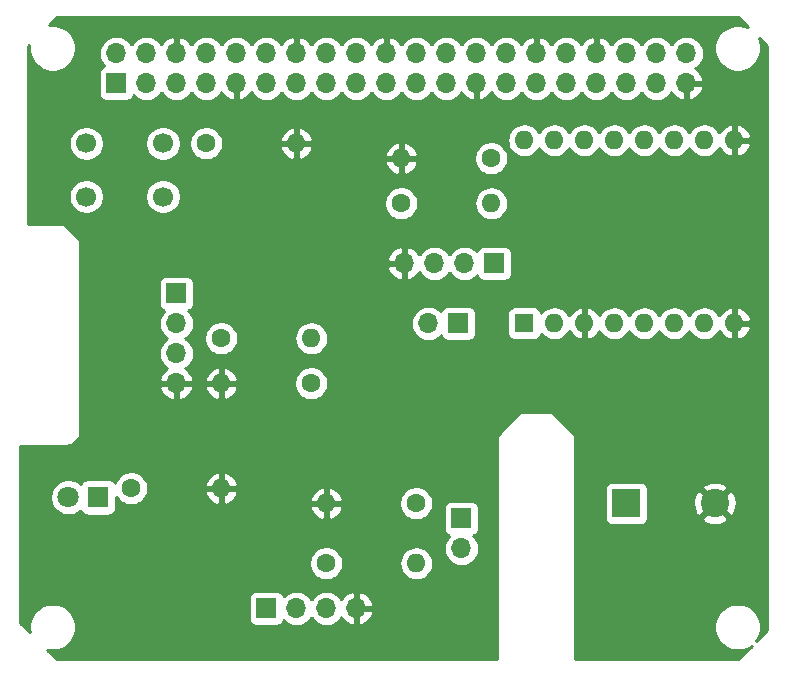
<source format=gbl>
G04 #@! TF.GenerationSoftware,KiCad,Pcbnew,(5.1.0)-1*
G04 #@! TF.CreationDate,2019-05-01T11:47:09-07:00*
G04 #@! TF.ProjectId,Lec18-PCB_kicad,4c656331-382d-4504-9342-5f6b69636164,rev?*
G04 #@! TF.SameCoordinates,Original*
G04 #@! TF.FileFunction,Copper,L2,Bot*
G04 #@! TF.FilePolarity,Positive*
%FSLAX46Y46*%
G04 Gerber Fmt 4.6, Leading zero omitted, Abs format (unit mm)*
G04 Created by KiCad (PCBNEW (5.1.0)-1) date 2019-05-01 11:47:09*
%MOMM*%
%LPD*%
G04 APERTURE LIST*
%ADD10O,1.700000X1.700000*%
%ADD11R,1.700000X1.700000*%
%ADD12R,1.600000X1.600000*%
%ADD13O,1.600000X1.600000*%
%ADD14C,2.400000*%
%ADD15R,2.400000X2.400000*%
%ADD16R,1.800000X1.800000*%
%ADD17C,1.800000*%
%ADD18C,1.700000*%
%ADD19C,1.600000*%
%ADD20C,0.254000*%
G04 APERTURE END LIST*
D10*
X107036000Y-73800000D03*
D11*
X109576000Y-73800000D03*
D10*
X128880000Y-50940000D03*
X128880000Y-53480000D03*
X126340000Y-50940000D03*
X126340000Y-53480000D03*
X123800000Y-50940000D03*
X123800000Y-53480000D03*
X121260000Y-50940000D03*
X121260000Y-53480000D03*
X118720000Y-50940000D03*
X118720000Y-53480000D03*
X116180000Y-50940000D03*
X116180000Y-53480000D03*
X113640000Y-50940000D03*
X113640000Y-53480000D03*
X111100000Y-50940000D03*
X111100000Y-53480000D03*
X108560000Y-50940000D03*
X108560000Y-53480000D03*
X106020000Y-50940000D03*
X106020000Y-53480000D03*
X103480000Y-50940000D03*
X103480000Y-53480000D03*
X100940000Y-50940000D03*
X100940000Y-53480000D03*
X98400000Y-50940000D03*
X98400000Y-53480000D03*
X95860000Y-50940000D03*
X95860000Y-53480000D03*
X93320000Y-50940000D03*
X93320000Y-53480000D03*
X90780000Y-50940000D03*
X90780000Y-53480000D03*
X88240000Y-50940000D03*
X88240000Y-53480000D03*
X85700000Y-50940000D03*
X85700000Y-53480000D03*
X83160000Y-50940000D03*
X83160000Y-53480000D03*
X80620000Y-50940000D03*
D11*
X80620000Y-53480000D03*
D12*
X115160000Y-73794000D03*
D13*
X132940000Y-58300000D03*
X117700000Y-73794000D03*
X130400000Y-58300000D03*
X115160000Y-58300000D03*
X130400000Y-73794000D03*
X120240000Y-73794000D03*
X125320000Y-73794000D03*
X127860000Y-73794000D03*
X117700000Y-58300000D03*
X120240000Y-58300000D03*
X125320000Y-58300000D03*
X127860000Y-58300000D03*
X122780000Y-73794000D03*
X122780000Y-58300000D03*
X132940000Y-73794000D03*
D14*
X131300000Y-89040000D03*
D15*
X123800000Y-89040000D03*
D16*
X79096000Y-88532000D03*
D17*
X76556000Y-88532000D03*
D18*
X84580000Y-63060000D03*
X78080000Y-63060000D03*
X84580000Y-58560000D03*
X78080000Y-58560000D03*
D11*
X85700000Y-71260000D03*
D10*
X85700000Y-73800000D03*
X85700000Y-76340000D03*
X85700000Y-78880000D03*
X100940000Y-97930000D03*
X98400000Y-97930000D03*
X95860000Y-97930000D03*
D11*
X93320000Y-97930000D03*
X112624000Y-68720000D03*
D10*
X110084000Y-68720000D03*
X107544000Y-68720000D03*
X105004000Y-68720000D03*
D11*
X109830000Y-90310000D03*
D10*
X109830000Y-92850000D03*
D13*
X97130000Y-75070000D03*
D19*
X89510000Y-75070000D03*
X97130000Y-78880000D03*
D13*
X89510000Y-78880000D03*
X106020000Y-94120000D03*
D19*
X98400000Y-94120000D03*
X106020000Y-89040000D03*
D13*
X98400000Y-89040000D03*
X112370000Y-63640000D03*
D19*
X104750000Y-63640000D03*
X112370000Y-59830000D03*
D13*
X104750000Y-59830000D03*
X89510000Y-87770000D03*
D19*
X81890000Y-87770000D03*
X88240000Y-58560000D03*
D13*
X95860000Y-58560000D03*
D20*
G36*
X134103774Y-48723380D02*
G01*
X133809003Y-48601282D01*
X133425505Y-48525000D01*
X133034495Y-48525000D01*
X132650997Y-48601282D01*
X132289750Y-48750915D01*
X131964636Y-48968149D01*
X131688149Y-49244636D01*
X131470915Y-49569750D01*
X131321282Y-49930997D01*
X131245000Y-50314495D01*
X131245000Y-50705505D01*
X131321282Y-51089003D01*
X131470915Y-51450250D01*
X131688149Y-51775364D01*
X131964636Y-52051851D01*
X132289750Y-52269085D01*
X132650997Y-52418718D01*
X133034495Y-52495000D01*
X133425505Y-52495000D01*
X133809003Y-52418718D01*
X134170250Y-52269085D01*
X134495364Y-52051851D01*
X134771851Y-51775364D01*
X134989085Y-51450250D01*
X135138718Y-51089003D01*
X135215000Y-50705505D01*
X135215000Y-50314495D01*
X135138718Y-49930997D01*
X135016620Y-49636226D01*
X135738000Y-50357606D01*
X135738000Y-99782394D01*
X134825859Y-100694535D01*
X134989085Y-100450250D01*
X135138718Y-100089003D01*
X135215000Y-99705505D01*
X135215000Y-99314495D01*
X135138718Y-98930997D01*
X134989085Y-98569750D01*
X134771851Y-98244636D01*
X134495364Y-97968149D01*
X134170250Y-97750915D01*
X133809003Y-97601282D01*
X133425505Y-97525000D01*
X133034495Y-97525000D01*
X132650997Y-97601282D01*
X132289750Y-97750915D01*
X131964636Y-97968149D01*
X131688149Y-98244636D01*
X131470915Y-98569750D01*
X131321282Y-98930997D01*
X131245000Y-99314495D01*
X131245000Y-99705505D01*
X131321282Y-100089003D01*
X131470915Y-100450250D01*
X131688149Y-100775364D01*
X131964636Y-101051851D01*
X132289750Y-101269085D01*
X132650997Y-101418718D01*
X133034495Y-101495000D01*
X133425505Y-101495000D01*
X133809003Y-101418718D01*
X134170250Y-101269085D01*
X134414535Y-101105859D01*
X133272394Y-102248000D01*
X119482000Y-102248000D01*
X119482000Y-87840000D01*
X121961928Y-87840000D01*
X121961928Y-90240000D01*
X121974188Y-90364482D01*
X122010498Y-90484180D01*
X122069463Y-90594494D01*
X122148815Y-90691185D01*
X122245506Y-90770537D01*
X122355820Y-90829502D01*
X122475518Y-90865812D01*
X122600000Y-90878072D01*
X125000000Y-90878072D01*
X125124482Y-90865812D01*
X125244180Y-90829502D01*
X125354494Y-90770537D01*
X125451185Y-90691185D01*
X125530537Y-90594494D01*
X125589502Y-90484180D01*
X125625812Y-90364482D01*
X125630391Y-90317980D01*
X130201626Y-90317980D01*
X130321514Y-90602836D01*
X130645210Y-90763699D01*
X130994069Y-90858322D01*
X131354684Y-90883067D01*
X131713198Y-90836985D01*
X132055833Y-90721846D01*
X132278486Y-90602836D01*
X132398374Y-90317980D01*
X131300000Y-89219605D01*
X130201626Y-90317980D01*
X125630391Y-90317980D01*
X125638072Y-90240000D01*
X125638072Y-89094684D01*
X129456933Y-89094684D01*
X129503015Y-89453198D01*
X129618154Y-89795833D01*
X129737164Y-90018486D01*
X130022020Y-90138374D01*
X131120395Y-89040000D01*
X131479605Y-89040000D01*
X132577980Y-90138374D01*
X132862836Y-90018486D01*
X133023699Y-89694790D01*
X133118322Y-89345931D01*
X133143067Y-88985316D01*
X133096985Y-88626802D01*
X132981846Y-88284167D01*
X132862836Y-88061514D01*
X132577980Y-87941626D01*
X131479605Y-89040000D01*
X131120395Y-89040000D01*
X130022020Y-87941626D01*
X129737164Y-88061514D01*
X129576301Y-88385210D01*
X129481678Y-88734069D01*
X129456933Y-89094684D01*
X125638072Y-89094684D01*
X125638072Y-87840000D01*
X125630392Y-87762020D01*
X130201626Y-87762020D01*
X131300000Y-88860395D01*
X132398374Y-87762020D01*
X132278486Y-87477164D01*
X131954790Y-87316301D01*
X131605931Y-87221678D01*
X131245316Y-87196933D01*
X130886802Y-87243015D01*
X130544167Y-87358154D01*
X130321514Y-87477164D01*
X130201626Y-87762020D01*
X125630392Y-87762020D01*
X125625812Y-87715518D01*
X125589502Y-87595820D01*
X125530537Y-87485506D01*
X125451185Y-87388815D01*
X125354494Y-87309463D01*
X125244180Y-87250498D01*
X125124482Y-87214188D01*
X125000000Y-87201928D01*
X122600000Y-87201928D01*
X122475518Y-87214188D01*
X122355820Y-87250498D01*
X122245506Y-87309463D01*
X122148815Y-87388815D01*
X122069463Y-87485506D01*
X122010498Y-87595820D01*
X121974188Y-87715518D01*
X121961928Y-87840000D01*
X119482000Y-87840000D01*
X119482000Y-83325000D01*
X119479560Y-83300224D01*
X119472333Y-83276399D01*
X119460597Y-83254443D01*
X119444803Y-83235197D01*
X117539803Y-81330197D01*
X117520557Y-81314403D01*
X117498601Y-81302667D01*
X117474776Y-81295440D01*
X117450000Y-81293000D01*
X114910000Y-81293000D01*
X114885224Y-81295440D01*
X114861399Y-81302667D01*
X114839443Y-81314403D01*
X114820197Y-81330197D01*
X112915197Y-83235197D01*
X112899403Y-83254443D01*
X112887667Y-83276399D01*
X112880440Y-83300224D01*
X112878000Y-83325000D01*
X112878000Y-102248000D01*
X75592606Y-102248000D01*
X74791215Y-101446609D01*
X75034495Y-101495000D01*
X75425505Y-101495000D01*
X75809003Y-101418718D01*
X76170250Y-101269085D01*
X76495364Y-101051851D01*
X76771851Y-100775364D01*
X76989085Y-100450250D01*
X77138718Y-100089003D01*
X77215000Y-99705505D01*
X77215000Y-99314495D01*
X77138718Y-98930997D01*
X76989085Y-98569750D01*
X76771851Y-98244636D01*
X76495364Y-97968149D01*
X76170250Y-97750915D01*
X75809003Y-97601282D01*
X75425505Y-97525000D01*
X75034495Y-97525000D01*
X74650997Y-97601282D01*
X74289750Y-97750915D01*
X73964636Y-97968149D01*
X73688149Y-98244636D01*
X73470915Y-98569750D01*
X73321282Y-98930997D01*
X73245000Y-99314495D01*
X73245000Y-99705505D01*
X73293391Y-99948785D01*
X72492000Y-99147394D01*
X72492000Y-97080000D01*
X91831928Y-97080000D01*
X91831928Y-98780000D01*
X91844188Y-98904482D01*
X91880498Y-99024180D01*
X91939463Y-99134494D01*
X92018815Y-99231185D01*
X92115506Y-99310537D01*
X92225820Y-99369502D01*
X92345518Y-99405812D01*
X92470000Y-99418072D01*
X94170000Y-99418072D01*
X94294482Y-99405812D01*
X94414180Y-99369502D01*
X94524494Y-99310537D01*
X94621185Y-99231185D01*
X94700537Y-99134494D01*
X94759502Y-99024180D01*
X94780393Y-98955313D01*
X94804866Y-98985134D01*
X95030986Y-99170706D01*
X95288966Y-99308599D01*
X95568889Y-99393513D01*
X95787050Y-99415000D01*
X95932950Y-99415000D01*
X96151111Y-99393513D01*
X96431034Y-99308599D01*
X96689014Y-99170706D01*
X96915134Y-98985134D01*
X97100706Y-98759014D01*
X97130000Y-98704209D01*
X97159294Y-98759014D01*
X97344866Y-98985134D01*
X97570986Y-99170706D01*
X97828966Y-99308599D01*
X98108889Y-99393513D01*
X98327050Y-99415000D01*
X98472950Y-99415000D01*
X98691111Y-99393513D01*
X98971034Y-99308599D01*
X99229014Y-99170706D01*
X99455134Y-98985134D01*
X99640706Y-98759014D01*
X99675201Y-98694477D01*
X99744822Y-98811355D01*
X99939731Y-99027588D01*
X100173080Y-99201641D01*
X100435901Y-99326825D01*
X100583110Y-99371476D01*
X100813000Y-99250155D01*
X100813000Y-98057000D01*
X101067000Y-98057000D01*
X101067000Y-99250155D01*
X101296890Y-99371476D01*
X101444099Y-99326825D01*
X101706920Y-99201641D01*
X101940269Y-99027588D01*
X102135178Y-98811355D01*
X102284157Y-98561252D01*
X102381481Y-98286891D01*
X102260814Y-98057000D01*
X101067000Y-98057000D01*
X100813000Y-98057000D01*
X100793000Y-98057000D01*
X100793000Y-97803000D01*
X100813000Y-97803000D01*
X100813000Y-96609845D01*
X101067000Y-96609845D01*
X101067000Y-97803000D01*
X102260814Y-97803000D01*
X102381481Y-97573109D01*
X102284157Y-97298748D01*
X102135178Y-97048645D01*
X101940269Y-96832412D01*
X101706920Y-96658359D01*
X101444099Y-96533175D01*
X101296890Y-96488524D01*
X101067000Y-96609845D01*
X100813000Y-96609845D01*
X100583110Y-96488524D01*
X100435901Y-96533175D01*
X100173080Y-96658359D01*
X99939731Y-96832412D01*
X99744822Y-97048645D01*
X99675201Y-97165523D01*
X99640706Y-97100986D01*
X99455134Y-96874866D01*
X99229014Y-96689294D01*
X98971034Y-96551401D01*
X98691111Y-96466487D01*
X98472950Y-96445000D01*
X98327050Y-96445000D01*
X98108889Y-96466487D01*
X97828966Y-96551401D01*
X97570986Y-96689294D01*
X97344866Y-96874866D01*
X97159294Y-97100986D01*
X97130000Y-97155791D01*
X97100706Y-97100986D01*
X96915134Y-96874866D01*
X96689014Y-96689294D01*
X96431034Y-96551401D01*
X96151111Y-96466487D01*
X95932950Y-96445000D01*
X95787050Y-96445000D01*
X95568889Y-96466487D01*
X95288966Y-96551401D01*
X95030986Y-96689294D01*
X94804866Y-96874866D01*
X94780393Y-96904687D01*
X94759502Y-96835820D01*
X94700537Y-96725506D01*
X94621185Y-96628815D01*
X94524494Y-96549463D01*
X94414180Y-96490498D01*
X94294482Y-96454188D01*
X94170000Y-96441928D01*
X92470000Y-96441928D01*
X92345518Y-96454188D01*
X92225820Y-96490498D01*
X92115506Y-96549463D01*
X92018815Y-96628815D01*
X91939463Y-96725506D01*
X91880498Y-96835820D01*
X91844188Y-96955518D01*
X91831928Y-97080000D01*
X72492000Y-97080000D01*
X72492000Y-93978665D01*
X96965000Y-93978665D01*
X96965000Y-94261335D01*
X97020147Y-94538574D01*
X97128320Y-94799727D01*
X97285363Y-95034759D01*
X97485241Y-95234637D01*
X97720273Y-95391680D01*
X97981426Y-95499853D01*
X98258665Y-95555000D01*
X98541335Y-95555000D01*
X98818574Y-95499853D01*
X99079727Y-95391680D01*
X99314759Y-95234637D01*
X99514637Y-95034759D01*
X99671680Y-94799727D01*
X99779853Y-94538574D01*
X99835000Y-94261335D01*
X99835000Y-94120000D01*
X104578057Y-94120000D01*
X104605764Y-94401309D01*
X104687818Y-94671808D01*
X104821068Y-94921101D01*
X105000392Y-95139608D01*
X105218899Y-95318932D01*
X105468192Y-95452182D01*
X105738691Y-95534236D01*
X105949508Y-95555000D01*
X106090492Y-95555000D01*
X106301309Y-95534236D01*
X106571808Y-95452182D01*
X106821101Y-95318932D01*
X107039608Y-95139608D01*
X107218932Y-94921101D01*
X107352182Y-94671808D01*
X107434236Y-94401309D01*
X107461943Y-94120000D01*
X107434236Y-93838691D01*
X107352182Y-93568192D01*
X107218932Y-93318899D01*
X107039608Y-93100392D01*
X106821101Y-92921068D01*
X106688143Y-92850000D01*
X108337815Y-92850000D01*
X108366487Y-93141111D01*
X108451401Y-93421034D01*
X108589294Y-93679014D01*
X108774866Y-93905134D01*
X109000986Y-94090706D01*
X109258966Y-94228599D01*
X109538889Y-94313513D01*
X109757050Y-94335000D01*
X109902950Y-94335000D01*
X110121111Y-94313513D01*
X110401034Y-94228599D01*
X110659014Y-94090706D01*
X110885134Y-93905134D01*
X111070706Y-93679014D01*
X111208599Y-93421034D01*
X111293513Y-93141111D01*
X111322185Y-92850000D01*
X111293513Y-92558889D01*
X111208599Y-92278966D01*
X111070706Y-92020986D01*
X110885134Y-91794866D01*
X110855313Y-91770393D01*
X110924180Y-91749502D01*
X111034494Y-91690537D01*
X111131185Y-91611185D01*
X111210537Y-91514494D01*
X111269502Y-91404180D01*
X111305812Y-91284482D01*
X111318072Y-91160000D01*
X111318072Y-89460000D01*
X111305812Y-89335518D01*
X111269502Y-89215820D01*
X111210537Y-89105506D01*
X111131185Y-89008815D01*
X111034494Y-88929463D01*
X110924180Y-88870498D01*
X110804482Y-88834188D01*
X110680000Y-88821928D01*
X108980000Y-88821928D01*
X108855518Y-88834188D01*
X108735820Y-88870498D01*
X108625506Y-88929463D01*
X108528815Y-89008815D01*
X108449463Y-89105506D01*
X108390498Y-89215820D01*
X108354188Y-89335518D01*
X108341928Y-89460000D01*
X108341928Y-91160000D01*
X108354188Y-91284482D01*
X108390498Y-91404180D01*
X108449463Y-91514494D01*
X108528815Y-91611185D01*
X108625506Y-91690537D01*
X108735820Y-91749502D01*
X108804687Y-91770393D01*
X108774866Y-91794866D01*
X108589294Y-92020986D01*
X108451401Y-92278966D01*
X108366487Y-92558889D01*
X108337815Y-92850000D01*
X106688143Y-92850000D01*
X106571808Y-92787818D01*
X106301309Y-92705764D01*
X106090492Y-92685000D01*
X105949508Y-92685000D01*
X105738691Y-92705764D01*
X105468192Y-92787818D01*
X105218899Y-92921068D01*
X105000392Y-93100392D01*
X104821068Y-93318899D01*
X104687818Y-93568192D01*
X104605764Y-93838691D01*
X104578057Y-94120000D01*
X99835000Y-94120000D01*
X99835000Y-93978665D01*
X99779853Y-93701426D01*
X99671680Y-93440273D01*
X99514637Y-93205241D01*
X99314759Y-93005363D01*
X99079727Y-92848320D01*
X98818574Y-92740147D01*
X98541335Y-92685000D01*
X98258665Y-92685000D01*
X97981426Y-92740147D01*
X97720273Y-92848320D01*
X97485241Y-93005363D01*
X97285363Y-93205241D01*
X97128320Y-93440273D01*
X97020147Y-93701426D01*
X96965000Y-93978665D01*
X72492000Y-93978665D01*
X72492000Y-88380816D01*
X75021000Y-88380816D01*
X75021000Y-88683184D01*
X75079989Y-88979743D01*
X75195701Y-89259095D01*
X75363688Y-89510505D01*
X75577495Y-89724312D01*
X75828905Y-89892299D01*
X76108257Y-90008011D01*
X76404816Y-90067000D01*
X76707184Y-90067000D01*
X77003743Y-90008011D01*
X77283095Y-89892299D01*
X77534505Y-89724312D01*
X77600944Y-89657873D01*
X77606498Y-89676180D01*
X77665463Y-89786494D01*
X77744815Y-89883185D01*
X77841506Y-89962537D01*
X77951820Y-90021502D01*
X78071518Y-90057812D01*
X78196000Y-90070072D01*
X79996000Y-90070072D01*
X80120482Y-90057812D01*
X80240180Y-90021502D01*
X80350494Y-89962537D01*
X80447185Y-89883185D01*
X80526537Y-89786494D01*
X80585502Y-89676180D01*
X80621812Y-89556482D01*
X80634072Y-89432000D01*
X80634072Y-89389039D01*
X97008096Y-89389039D01*
X97048754Y-89523087D01*
X97168963Y-89777420D01*
X97336481Y-90003414D01*
X97544869Y-90192385D01*
X97786119Y-90337070D01*
X98050960Y-90431909D01*
X98273000Y-90310624D01*
X98273000Y-89167000D01*
X98527000Y-89167000D01*
X98527000Y-90310624D01*
X98749040Y-90431909D01*
X99013881Y-90337070D01*
X99255131Y-90192385D01*
X99463519Y-90003414D01*
X99631037Y-89777420D01*
X99751246Y-89523087D01*
X99791904Y-89389039D01*
X99669915Y-89167000D01*
X98527000Y-89167000D01*
X98273000Y-89167000D01*
X97130085Y-89167000D01*
X97008096Y-89389039D01*
X80634072Y-89389039D01*
X80634072Y-88473302D01*
X80775363Y-88684759D01*
X80975241Y-88884637D01*
X81210273Y-89041680D01*
X81471426Y-89149853D01*
X81748665Y-89205000D01*
X82031335Y-89205000D01*
X82308574Y-89149853D01*
X82569727Y-89041680D01*
X82804759Y-88884637D01*
X83004637Y-88684759D01*
X83161680Y-88449727D01*
X83269853Y-88188574D01*
X83283684Y-88119039D01*
X88118096Y-88119039D01*
X88158754Y-88253087D01*
X88278963Y-88507420D01*
X88446481Y-88733414D01*
X88654869Y-88922385D01*
X88896119Y-89067070D01*
X89160960Y-89161909D01*
X89383000Y-89040624D01*
X89383000Y-87897000D01*
X89637000Y-87897000D01*
X89637000Y-89040624D01*
X89859040Y-89161909D01*
X90123881Y-89067070D01*
X90365131Y-88922385D01*
X90573519Y-88733414D01*
X90604987Y-88690961D01*
X97008096Y-88690961D01*
X97130085Y-88913000D01*
X98273000Y-88913000D01*
X98273000Y-87769376D01*
X98527000Y-87769376D01*
X98527000Y-88913000D01*
X99669915Y-88913000D01*
X99677790Y-88898665D01*
X104585000Y-88898665D01*
X104585000Y-89181335D01*
X104640147Y-89458574D01*
X104748320Y-89719727D01*
X104905363Y-89954759D01*
X105105241Y-90154637D01*
X105340273Y-90311680D01*
X105601426Y-90419853D01*
X105878665Y-90475000D01*
X106161335Y-90475000D01*
X106438574Y-90419853D01*
X106699727Y-90311680D01*
X106934759Y-90154637D01*
X107134637Y-89954759D01*
X107291680Y-89719727D01*
X107399853Y-89458574D01*
X107455000Y-89181335D01*
X107455000Y-88898665D01*
X107399853Y-88621426D01*
X107291680Y-88360273D01*
X107134637Y-88125241D01*
X106934759Y-87925363D01*
X106699727Y-87768320D01*
X106438574Y-87660147D01*
X106161335Y-87605000D01*
X105878665Y-87605000D01*
X105601426Y-87660147D01*
X105340273Y-87768320D01*
X105105241Y-87925363D01*
X104905363Y-88125241D01*
X104748320Y-88360273D01*
X104640147Y-88621426D01*
X104585000Y-88898665D01*
X99677790Y-88898665D01*
X99791904Y-88690961D01*
X99751246Y-88556913D01*
X99631037Y-88302580D01*
X99463519Y-88076586D01*
X99255131Y-87887615D01*
X99013881Y-87742930D01*
X98749040Y-87648091D01*
X98527000Y-87769376D01*
X98273000Y-87769376D01*
X98050960Y-87648091D01*
X97786119Y-87742930D01*
X97544869Y-87887615D01*
X97336481Y-88076586D01*
X97168963Y-88302580D01*
X97048754Y-88556913D01*
X97008096Y-88690961D01*
X90604987Y-88690961D01*
X90741037Y-88507420D01*
X90861246Y-88253087D01*
X90901904Y-88119039D01*
X90779915Y-87897000D01*
X89637000Y-87897000D01*
X89383000Y-87897000D01*
X88240085Y-87897000D01*
X88118096Y-88119039D01*
X83283684Y-88119039D01*
X83325000Y-87911335D01*
X83325000Y-87628665D01*
X83283685Y-87420961D01*
X88118096Y-87420961D01*
X88240085Y-87643000D01*
X89383000Y-87643000D01*
X89383000Y-86499376D01*
X89637000Y-86499376D01*
X89637000Y-87643000D01*
X90779915Y-87643000D01*
X90901904Y-87420961D01*
X90861246Y-87286913D01*
X90741037Y-87032580D01*
X90573519Y-86806586D01*
X90365131Y-86617615D01*
X90123881Y-86472930D01*
X89859040Y-86378091D01*
X89637000Y-86499376D01*
X89383000Y-86499376D01*
X89160960Y-86378091D01*
X88896119Y-86472930D01*
X88654869Y-86617615D01*
X88446481Y-86806586D01*
X88278963Y-87032580D01*
X88158754Y-87286913D01*
X88118096Y-87420961D01*
X83283685Y-87420961D01*
X83269853Y-87351426D01*
X83161680Y-87090273D01*
X83004637Y-86855241D01*
X82804759Y-86655363D01*
X82569727Y-86498320D01*
X82308574Y-86390147D01*
X82031335Y-86335000D01*
X81748665Y-86335000D01*
X81471426Y-86390147D01*
X81210273Y-86498320D01*
X80975241Y-86655363D01*
X80775363Y-86855241D01*
X80618320Y-87090273D01*
X80534553Y-87292504D01*
X80526537Y-87277506D01*
X80447185Y-87180815D01*
X80350494Y-87101463D01*
X80240180Y-87042498D01*
X80120482Y-87006188D01*
X79996000Y-86993928D01*
X78196000Y-86993928D01*
X78071518Y-87006188D01*
X77951820Y-87042498D01*
X77841506Y-87101463D01*
X77744815Y-87180815D01*
X77665463Y-87277506D01*
X77606498Y-87387820D01*
X77600944Y-87406127D01*
X77534505Y-87339688D01*
X77283095Y-87171701D01*
X77003743Y-87055989D01*
X76707184Y-86997000D01*
X76404816Y-86997000D01*
X76108257Y-87055989D01*
X75828905Y-87171701D01*
X75577495Y-87339688D01*
X75363688Y-87553495D01*
X75195701Y-87804905D01*
X75079989Y-88084257D01*
X75021000Y-88380816D01*
X72492000Y-88380816D01*
X72492000Y-84216736D01*
X72513736Y-84195000D01*
X76196361Y-84195000D01*
X76230000Y-84198313D01*
X76263639Y-84195000D01*
X76263647Y-84195000D01*
X76364283Y-84185088D01*
X76493406Y-84145919D01*
X76603636Y-84087000D01*
X76810000Y-84087000D01*
X76834776Y-84084560D01*
X76858601Y-84077333D01*
X76880557Y-84065597D01*
X76899803Y-84049803D01*
X77534803Y-83414803D01*
X77550597Y-83395557D01*
X77562333Y-83373601D01*
X77569560Y-83349776D01*
X77572000Y-83325000D01*
X77572000Y-79236890D01*
X84258524Y-79236890D01*
X84303175Y-79384099D01*
X84428359Y-79646920D01*
X84602412Y-79880269D01*
X84818645Y-80075178D01*
X85068748Y-80224157D01*
X85343109Y-80321481D01*
X85573000Y-80200814D01*
X85573000Y-79007000D01*
X85827000Y-79007000D01*
X85827000Y-80200814D01*
X86056891Y-80321481D01*
X86331252Y-80224157D01*
X86581355Y-80075178D01*
X86797588Y-79880269D01*
X86971641Y-79646920D01*
X87096825Y-79384099D01*
X87141476Y-79236890D01*
X87137333Y-79229039D01*
X88118096Y-79229039D01*
X88158754Y-79363087D01*
X88278963Y-79617420D01*
X88446481Y-79843414D01*
X88654869Y-80032385D01*
X88896119Y-80177070D01*
X89160960Y-80271909D01*
X89383000Y-80150624D01*
X89383000Y-79007000D01*
X89637000Y-79007000D01*
X89637000Y-80150624D01*
X89859040Y-80271909D01*
X90123881Y-80177070D01*
X90365131Y-80032385D01*
X90573519Y-79843414D01*
X90741037Y-79617420D01*
X90861246Y-79363087D01*
X90901904Y-79229039D01*
X90779915Y-79007000D01*
X89637000Y-79007000D01*
X89383000Y-79007000D01*
X88240085Y-79007000D01*
X88118096Y-79229039D01*
X87137333Y-79229039D01*
X87020155Y-79007000D01*
X85827000Y-79007000D01*
X85573000Y-79007000D01*
X84379845Y-79007000D01*
X84258524Y-79236890D01*
X77572000Y-79236890D01*
X77572000Y-73800000D01*
X84207815Y-73800000D01*
X84236487Y-74091111D01*
X84321401Y-74371034D01*
X84459294Y-74629014D01*
X84644866Y-74855134D01*
X84870986Y-75040706D01*
X84925791Y-75070000D01*
X84870986Y-75099294D01*
X84644866Y-75284866D01*
X84459294Y-75510986D01*
X84321401Y-75768966D01*
X84236487Y-76048889D01*
X84207815Y-76340000D01*
X84236487Y-76631111D01*
X84321401Y-76911034D01*
X84459294Y-77169014D01*
X84644866Y-77395134D01*
X84870986Y-77580706D01*
X84935523Y-77615201D01*
X84818645Y-77684822D01*
X84602412Y-77879731D01*
X84428359Y-78113080D01*
X84303175Y-78375901D01*
X84258524Y-78523110D01*
X84379845Y-78753000D01*
X85573000Y-78753000D01*
X85573000Y-78733000D01*
X85827000Y-78733000D01*
X85827000Y-78753000D01*
X87020155Y-78753000D01*
X87137332Y-78530961D01*
X88118096Y-78530961D01*
X88240085Y-78753000D01*
X89383000Y-78753000D01*
X89383000Y-77609376D01*
X89637000Y-77609376D01*
X89637000Y-78753000D01*
X90779915Y-78753000D01*
X90787790Y-78738665D01*
X95695000Y-78738665D01*
X95695000Y-79021335D01*
X95750147Y-79298574D01*
X95858320Y-79559727D01*
X96015363Y-79794759D01*
X96215241Y-79994637D01*
X96450273Y-80151680D01*
X96711426Y-80259853D01*
X96988665Y-80315000D01*
X97271335Y-80315000D01*
X97548574Y-80259853D01*
X97809727Y-80151680D01*
X98044759Y-79994637D01*
X98244637Y-79794759D01*
X98401680Y-79559727D01*
X98509853Y-79298574D01*
X98565000Y-79021335D01*
X98565000Y-78738665D01*
X98509853Y-78461426D01*
X98401680Y-78200273D01*
X98244637Y-77965241D01*
X98044759Y-77765363D01*
X97809727Y-77608320D01*
X97548574Y-77500147D01*
X97271335Y-77445000D01*
X96988665Y-77445000D01*
X96711426Y-77500147D01*
X96450273Y-77608320D01*
X96215241Y-77765363D01*
X96015363Y-77965241D01*
X95858320Y-78200273D01*
X95750147Y-78461426D01*
X95695000Y-78738665D01*
X90787790Y-78738665D01*
X90901904Y-78530961D01*
X90861246Y-78396913D01*
X90741037Y-78142580D01*
X90573519Y-77916586D01*
X90365131Y-77727615D01*
X90123881Y-77582930D01*
X89859040Y-77488091D01*
X89637000Y-77609376D01*
X89383000Y-77609376D01*
X89160960Y-77488091D01*
X88896119Y-77582930D01*
X88654869Y-77727615D01*
X88446481Y-77916586D01*
X88278963Y-78142580D01*
X88158754Y-78396913D01*
X88118096Y-78530961D01*
X87137332Y-78530961D01*
X87141476Y-78523110D01*
X87096825Y-78375901D01*
X86971641Y-78113080D01*
X86797588Y-77879731D01*
X86581355Y-77684822D01*
X86464477Y-77615201D01*
X86529014Y-77580706D01*
X86755134Y-77395134D01*
X86940706Y-77169014D01*
X87078599Y-76911034D01*
X87163513Y-76631111D01*
X87192185Y-76340000D01*
X87163513Y-76048889D01*
X87078599Y-75768966D01*
X86940706Y-75510986D01*
X86755134Y-75284866D01*
X86529014Y-75099294D01*
X86474209Y-75070000D01*
X86529014Y-75040706D01*
X86665536Y-74928665D01*
X88075000Y-74928665D01*
X88075000Y-75211335D01*
X88130147Y-75488574D01*
X88238320Y-75749727D01*
X88395363Y-75984759D01*
X88595241Y-76184637D01*
X88830273Y-76341680D01*
X89091426Y-76449853D01*
X89368665Y-76505000D01*
X89651335Y-76505000D01*
X89928574Y-76449853D01*
X90189727Y-76341680D01*
X90424759Y-76184637D01*
X90624637Y-75984759D01*
X90781680Y-75749727D01*
X90889853Y-75488574D01*
X90945000Y-75211335D01*
X90945000Y-75070000D01*
X95688057Y-75070000D01*
X95715764Y-75351309D01*
X95797818Y-75621808D01*
X95931068Y-75871101D01*
X96110392Y-76089608D01*
X96328899Y-76268932D01*
X96578192Y-76402182D01*
X96848691Y-76484236D01*
X97059508Y-76505000D01*
X97200492Y-76505000D01*
X97411309Y-76484236D01*
X97681808Y-76402182D01*
X97931101Y-76268932D01*
X98149608Y-76089608D01*
X98328932Y-75871101D01*
X98462182Y-75621808D01*
X98544236Y-75351309D01*
X98571943Y-75070000D01*
X98544236Y-74788691D01*
X98462182Y-74518192D01*
X98328932Y-74268899D01*
X98149608Y-74050392D01*
X97931101Y-73871068D01*
X97798143Y-73800000D01*
X105543815Y-73800000D01*
X105572487Y-74091111D01*
X105657401Y-74371034D01*
X105795294Y-74629014D01*
X105980866Y-74855134D01*
X106206986Y-75040706D01*
X106464966Y-75178599D01*
X106744889Y-75263513D01*
X106963050Y-75285000D01*
X107108950Y-75285000D01*
X107327111Y-75263513D01*
X107607034Y-75178599D01*
X107865014Y-75040706D01*
X108091134Y-74855134D01*
X108115607Y-74825313D01*
X108136498Y-74894180D01*
X108195463Y-75004494D01*
X108274815Y-75101185D01*
X108371506Y-75180537D01*
X108481820Y-75239502D01*
X108601518Y-75275812D01*
X108726000Y-75288072D01*
X110426000Y-75288072D01*
X110550482Y-75275812D01*
X110670180Y-75239502D01*
X110780494Y-75180537D01*
X110877185Y-75101185D01*
X110956537Y-75004494D01*
X111015502Y-74894180D01*
X111051812Y-74774482D01*
X111064072Y-74650000D01*
X111064072Y-72994000D01*
X113721928Y-72994000D01*
X113721928Y-74594000D01*
X113734188Y-74718482D01*
X113770498Y-74838180D01*
X113829463Y-74948494D01*
X113908815Y-75045185D01*
X114005506Y-75124537D01*
X114115820Y-75183502D01*
X114235518Y-75219812D01*
X114360000Y-75232072D01*
X115960000Y-75232072D01*
X116084482Y-75219812D01*
X116204180Y-75183502D01*
X116314494Y-75124537D01*
X116411185Y-75045185D01*
X116490537Y-74948494D01*
X116549502Y-74838180D01*
X116585812Y-74718482D01*
X116587581Y-74700518D01*
X116680392Y-74813608D01*
X116898899Y-74992932D01*
X117148192Y-75126182D01*
X117418691Y-75208236D01*
X117629508Y-75229000D01*
X117770492Y-75229000D01*
X117981309Y-75208236D01*
X118251808Y-75126182D01*
X118501101Y-74992932D01*
X118719608Y-74813608D01*
X118898932Y-74595101D01*
X118972579Y-74457318D01*
X119087615Y-74649131D01*
X119276586Y-74857519D01*
X119502580Y-75025037D01*
X119756913Y-75145246D01*
X119890961Y-75185904D01*
X120113000Y-75063915D01*
X120113000Y-73921000D01*
X120093000Y-73921000D01*
X120093000Y-73667000D01*
X120113000Y-73667000D01*
X120113000Y-72524085D01*
X120367000Y-72524085D01*
X120367000Y-73667000D01*
X120387000Y-73667000D01*
X120387000Y-73921000D01*
X120367000Y-73921000D01*
X120367000Y-75063915D01*
X120589039Y-75185904D01*
X120723087Y-75145246D01*
X120977420Y-75025037D01*
X121203414Y-74857519D01*
X121392385Y-74649131D01*
X121507421Y-74457318D01*
X121581068Y-74595101D01*
X121760392Y-74813608D01*
X121978899Y-74992932D01*
X122228192Y-75126182D01*
X122498691Y-75208236D01*
X122709508Y-75229000D01*
X122850492Y-75229000D01*
X123061309Y-75208236D01*
X123331808Y-75126182D01*
X123581101Y-74992932D01*
X123799608Y-74813608D01*
X123978932Y-74595101D01*
X124050000Y-74462142D01*
X124121068Y-74595101D01*
X124300392Y-74813608D01*
X124518899Y-74992932D01*
X124768192Y-75126182D01*
X125038691Y-75208236D01*
X125249508Y-75229000D01*
X125390492Y-75229000D01*
X125601309Y-75208236D01*
X125871808Y-75126182D01*
X126121101Y-74992932D01*
X126339608Y-74813608D01*
X126518932Y-74595101D01*
X126590000Y-74462142D01*
X126661068Y-74595101D01*
X126840392Y-74813608D01*
X127058899Y-74992932D01*
X127308192Y-75126182D01*
X127578691Y-75208236D01*
X127789508Y-75229000D01*
X127930492Y-75229000D01*
X128141309Y-75208236D01*
X128411808Y-75126182D01*
X128661101Y-74992932D01*
X128879608Y-74813608D01*
X129058932Y-74595101D01*
X129130000Y-74462142D01*
X129201068Y-74595101D01*
X129380392Y-74813608D01*
X129598899Y-74992932D01*
X129848192Y-75126182D01*
X130118691Y-75208236D01*
X130329508Y-75229000D01*
X130470492Y-75229000D01*
X130681309Y-75208236D01*
X130951808Y-75126182D01*
X131201101Y-74992932D01*
X131419608Y-74813608D01*
X131598932Y-74595101D01*
X131672579Y-74457318D01*
X131787615Y-74649131D01*
X131976586Y-74857519D01*
X132202580Y-75025037D01*
X132456913Y-75145246D01*
X132590961Y-75185904D01*
X132813000Y-75063915D01*
X132813000Y-73921000D01*
X133067000Y-73921000D01*
X133067000Y-75063915D01*
X133289039Y-75185904D01*
X133423087Y-75145246D01*
X133677420Y-75025037D01*
X133903414Y-74857519D01*
X134092385Y-74649131D01*
X134237070Y-74407881D01*
X134331909Y-74143040D01*
X134210624Y-73921000D01*
X133067000Y-73921000D01*
X132813000Y-73921000D01*
X132793000Y-73921000D01*
X132793000Y-73667000D01*
X132813000Y-73667000D01*
X132813000Y-72524085D01*
X133067000Y-72524085D01*
X133067000Y-73667000D01*
X134210624Y-73667000D01*
X134331909Y-73444960D01*
X134237070Y-73180119D01*
X134092385Y-72938869D01*
X133903414Y-72730481D01*
X133677420Y-72562963D01*
X133423087Y-72442754D01*
X133289039Y-72402096D01*
X133067000Y-72524085D01*
X132813000Y-72524085D01*
X132590961Y-72402096D01*
X132456913Y-72442754D01*
X132202580Y-72562963D01*
X131976586Y-72730481D01*
X131787615Y-72938869D01*
X131672579Y-73130682D01*
X131598932Y-72992899D01*
X131419608Y-72774392D01*
X131201101Y-72595068D01*
X130951808Y-72461818D01*
X130681309Y-72379764D01*
X130470492Y-72359000D01*
X130329508Y-72359000D01*
X130118691Y-72379764D01*
X129848192Y-72461818D01*
X129598899Y-72595068D01*
X129380392Y-72774392D01*
X129201068Y-72992899D01*
X129130000Y-73125858D01*
X129058932Y-72992899D01*
X128879608Y-72774392D01*
X128661101Y-72595068D01*
X128411808Y-72461818D01*
X128141309Y-72379764D01*
X127930492Y-72359000D01*
X127789508Y-72359000D01*
X127578691Y-72379764D01*
X127308192Y-72461818D01*
X127058899Y-72595068D01*
X126840392Y-72774392D01*
X126661068Y-72992899D01*
X126590000Y-73125858D01*
X126518932Y-72992899D01*
X126339608Y-72774392D01*
X126121101Y-72595068D01*
X125871808Y-72461818D01*
X125601309Y-72379764D01*
X125390492Y-72359000D01*
X125249508Y-72359000D01*
X125038691Y-72379764D01*
X124768192Y-72461818D01*
X124518899Y-72595068D01*
X124300392Y-72774392D01*
X124121068Y-72992899D01*
X124050000Y-73125858D01*
X123978932Y-72992899D01*
X123799608Y-72774392D01*
X123581101Y-72595068D01*
X123331808Y-72461818D01*
X123061309Y-72379764D01*
X122850492Y-72359000D01*
X122709508Y-72359000D01*
X122498691Y-72379764D01*
X122228192Y-72461818D01*
X121978899Y-72595068D01*
X121760392Y-72774392D01*
X121581068Y-72992899D01*
X121507421Y-73130682D01*
X121392385Y-72938869D01*
X121203414Y-72730481D01*
X120977420Y-72562963D01*
X120723087Y-72442754D01*
X120589039Y-72402096D01*
X120367000Y-72524085D01*
X120113000Y-72524085D01*
X119890961Y-72402096D01*
X119756913Y-72442754D01*
X119502580Y-72562963D01*
X119276586Y-72730481D01*
X119087615Y-72938869D01*
X118972579Y-73130682D01*
X118898932Y-72992899D01*
X118719608Y-72774392D01*
X118501101Y-72595068D01*
X118251808Y-72461818D01*
X117981309Y-72379764D01*
X117770492Y-72359000D01*
X117629508Y-72359000D01*
X117418691Y-72379764D01*
X117148192Y-72461818D01*
X116898899Y-72595068D01*
X116680392Y-72774392D01*
X116587581Y-72887482D01*
X116585812Y-72869518D01*
X116549502Y-72749820D01*
X116490537Y-72639506D01*
X116411185Y-72542815D01*
X116314494Y-72463463D01*
X116204180Y-72404498D01*
X116084482Y-72368188D01*
X115960000Y-72355928D01*
X114360000Y-72355928D01*
X114235518Y-72368188D01*
X114115820Y-72404498D01*
X114005506Y-72463463D01*
X113908815Y-72542815D01*
X113829463Y-72639506D01*
X113770498Y-72749820D01*
X113734188Y-72869518D01*
X113721928Y-72994000D01*
X111064072Y-72994000D01*
X111064072Y-72950000D01*
X111051812Y-72825518D01*
X111015502Y-72705820D01*
X110956537Y-72595506D01*
X110877185Y-72498815D01*
X110780494Y-72419463D01*
X110670180Y-72360498D01*
X110550482Y-72324188D01*
X110426000Y-72311928D01*
X108726000Y-72311928D01*
X108601518Y-72324188D01*
X108481820Y-72360498D01*
X108371506Y-72419463D01*
X108274815Y-72498815D01*
X108195463Y-72595506D01*
X108136498Y-72705820D01*
X108115607Y-72774687D01*
X108091134Y-72744866D01*
X107865014Y-72559294D01*
X107607034Y-72421401D01*
X107327111Y-72336487D01*
X107108950Y-72315000D01*
X106963050Y-72315000D01*
X106744889Y-72336487D01*
X106464966Y-72421401D01*
X106206986Y-72559294D01*
X105980866Y-72744866D01*
X105795294Y-72970986D01*
X105657401Y-73228966D01*
X105572487Y-73508889D01*
X105543815Y-73800000D01*
X97798143Y-73800000D01*
X97681808Y-73737818D01*
X97411309Y-73655764D01*
X97200492Y-73635000D01*
X97059508Y-73635000D01*
X96848691Y-73655764D01*
X96578192Y-73737818D01*
X96328899Y-73871068D01*
X96110392Y-74050392D01*
X95931068Y-74268899D01*
X95797818Y-74518192D01*
X95715764Y-74788691D01*
X95688057Y-75070000D01*
X90945000Y-75070000D01*
X90945000Y-74928665D01*
X90889853Y-74651426D01*
X90781680Y-74390273D01*
X90624637Y-74155241D01*
X90424759Y-73955363D01*
X90189727Y-73798320D01*
X89928574Y-73690147D01*
X89651335Y-73635000D01*
X89368665Y-73635000D01*
X89091426Y-73690147D01*
X88830273Y-73798320D01*
X88595241Y-73955363D01*
X88395363Y-74155241D01*
X88238320Y-74390273D01*
X88130147Y-74651426D01*
X88075000Y-74928665D01*
X86665536Y-74928665D01*
X86755134Y-74855134D01*
X86940706Y-74629014D01*
X87078599Y-74371034D01*
X87163513Y-74091111D01*
X87192185Y-73800000D01*
X87163513Y-73508889D01*
X87078599Y-73228966D01*
X86940706Y-72970986D01*
X86755134Y-72744866D01*
X86725313Y-72720393D01*
X86794180Y-72699502D01*
X86904494Y-72640537D01*
X87001185Y-72561185D01*
X87080537Y-72464494D01*
X87139502Y-72354180D01*
X87175812Y-72234482D01*
X87188072Y-72110000D01*
X87188072Y-70410000D01*
X87175812Y-70285518D01*
X87139502Y-70165820D01*
X87080537Y-70055506D01*
X87001185Y-69958815D01*
X86904494Y-69879463D01*
X86794180Y-69820498D01*
X86674482Y-69784188D01*
X86550000Y-69771928D01*
X84850000Y-69771928D01*
X84725518Y-69784188D01*
X84605820Y-69820498D01*
X84495506Y-69879463D01*
X84398815Y-69958815D01*
X84319463Y-70055506D01*
X84260498Y-70165820D01*
X84224188Y-70285518D01*
X84211928Y-70410000D01*
X84211928Y-72110000D01*
X84224188Y-72234482D01*
X84260498Y-72354180D01*
X84319463Y-72464494D01*
X84398815Y-72561185D01*
X84495506Y-72640537D01*
X84605820Y-72699502D01*
X84674687Y-72720393D01*
X84644866Y-72744866D01*
X84459294Y-72970986D01*
X84321401Y-73228966D01*
X84236487Y-73508889D01*
X84207815Y-73800000D01*
X77572000Y-73800000D01*
X77572000Y-69076891D01*
X103562519Y-69076891D01*
X103659843Y-69351252D01*
X103808822Y-69601355D01*
X104003731Y-69817588D01*
X104237080Y-69991641D01*
X104499901Y-70116825D01*
X104647110Y-70161476D01*
X104877000Y-70040155D01*
X104877000Y-68847000D01*
X103683186Y-68847000D01*
X103562519Y-69076891D01*
X77572000Y-69076891D01*
X77572000Y-68363109D01*
X103562519Y-68363109D01*
X103683186Y-68593000D01*
X104877000Y-68593000D01*
X104877000Y-67399845D01*
X105131000Y-67399845D01*
X105131000Y-68593000D01*
X105151000Y-68593000D01*
X105151000Y-68847000D01*
X105131000Y-68847000D01*
X105131000Y-70040155D01*
X105360890Y-70161476D01*
X105508099Y-70116825D01*
X105770920Y-69991641D01*
X106004269Y-69817588D01*
X106199178Y-69601355D01*
X106268799Y-69484477D01*
X106303294Y-69549014D01*
X106488866Y-69775134D01*
X106714986Y-69960706D01*
X106972966Y-70098599D01*
X107252889Y-70183513D01*
X107471050Y-70205000D01*
X107616950Y-70205000D01*
X107835111Y-70183513D01*
X108115034Y-70098599D01*
X108373014Y-69960706D01*
X108599134Y-69775134D01*
X108784706Y-69549014D01*
X108814000Y-69494209D01*
X108843294Y-69549014D01*
X109028866Y-69775134D01*
X109254986Y-69960706D01*
X109512966Y-70098599D01*
X109792889Y-70183513D01*
X110011050Y-70205000D01*
X110156950Y-70205000D01*
X110375111Y-70183513D01*
X110655034Y-70098599D01*
X110913014Y-69960706D01*
X111139134Y-69775134D01*
X111163607Y-69745313D01*
X111184498Y-69814180D01*
X111243463Y-69924494D01*
X111322815Y-70021185D01*
X111419506Y-70100537D01*
X111529820Y-70159502D01*
X111649518Y-70195812D01*
X111774000Y-70208072D01*
X113474000Y-70208072D01*
X113598482Y-70195812D01*
X113718180Y-70159502D01*
X113828494Y-70100537D01*
X113925185Y-70021185D01*
X114004537Y-69924494D01*
X114063502Y-69814180D01*
X114099812Y-69694482D01*
X114112072Y-69570000D01*
X114112072Y-67870000D01*
X114099812Y-67745518D01*
X114063502Y-67625820D01*
X114004537Y-67515506D01*
X113925185Y-67418815D01*
X113828494Y-67339463D01*
X113718180Y-67280498D01*
X113598482Y-67244188D01*
X113474000Y-67231928D01*
X111774000Y-67231928D01*
X111649518Y-67244188D01*
X111529820Y-67280498D01*
X111419506Y-67339463D01*
X111322815Y-67418815D01*
X111243463Y-67515506D01*
X111184498Y-67625820D01*
X111163607Y-67694687D01*
X111139134Y-67664866D01*
X110913014Y-67479294D01*
X110655034Y-67341401D01*
X110375111Y-67256487D01*
X110156950Y-67235000D01*
X110011050Y-67235000D01*
X109792889Y-67256487D01*
X109512966Y-67341401D01*
X109254986Y-67479294D01*
X109028866Y-67664866D01*
X108843294Y-67890986D01*
X108814000Y-67945791D01*
X108784706Y-67890986D01*
X108599134Y-67664866D01*
X108373014Y-67479294D01*
X108115034Y-67341401D01*
X107835111Y-67256487D01*
X107616950Y-67235000D01*
X107471050Y-67235000D01*
X107252889Y-67256487D01*
X106972966Y-67341401D01*
X106714986Y-67479294D01*
X106488866Y-67664866D01*
X106303294Y-67890986D01*
X106268799Y-67955523D01*
X106199178Y-67838645D01*
X106004269Y-67622412D01*
X105770920Y-67448359D01*
X105508099Y-67323175D01*
X105360890Y-67278524D01*
X105131000Y-67399845D01*
X104877000Y-67399845D01*
X104647110Y-67278524D01*
X104499901Y-67323175D01*
X104237080Y-67448359D01*
X104003731Y-67622412D01*
X103808822Y-67838645D01*
X103659843Y-68088748D01*
X103562519Y-68363109D01*
X77572000Y-68363109D01*
X77572000Y-66815000D01*
X77569560Y-66790224D01*
X77562333Y-66766399D01*
X77550597Y-66744443D01*
X77534803Y-66725197D01*
X76264803Y-65455197D01*
X76245557Y-65439403D01*
X76223601Y-65427667D01*
X76199776Y-65420440D01*
X76175000Y-65418000D01*
X73127000Y-65418000D01*
X73127000Y-62913740D01*
X76595000Y-62913740D01*
X76595000Y-63206260D01*
X76652068Y-63493158D01*
X76764010Y-63763411D01*
X76926525Y-64006632D01*
X77133368Y-64213475D01*
X77376589Y-64375990D01*
X77646842Y-64487932D01*
X77933740Y-64545000D01*
X78226260Y-64545000D01*
X78513158Y-64487932D01*
X78783411Y-64375990D01*
X79026632Y-64213475D01*
X79233475Y-64006632D01*
X79395990Y-63763411D01*
X79507932Y-63493158D01*
X79565000Y-63206260D01*
X79565000Y-62913740D01*
X83095000Y-62913740D01*
X83095000Y-63206260D01*
X83152068Y-63493158D01*
X83264010Y-63763411D01*
X83426525Y-64006632D01*
X83633368Y-64213475D01*
X83876589Y-64375990D01*
X84146842Y-64487932D01*
X84433740Y-64545000D01*
X84726260Y-64545000D01*
X85013158Y-64487932D01*
X85283411Y-64375990D01*
X85526632Y-64213475D01*
X85733475Y-64006632D01*
X85895990Y-63763411D01*
X86005650Y-63498665D01*
X103315000Y-63498665D01*
X103315000Y-63781335D01*
X103370147Y-64058574D01*
X103478320Y-64319727D01*
X103635363Y-64554759D01*
X103835241Y-64754637D01*
X104070273Y-64911680D01*
X104331426Y-65019853D01*
X104608665Y-65075000D01*
X104891335Y-65075000D01*
X105168574Y-65019853D01*
X105429727Y-64911680D01*
X105664759Y-64754637D01*
X105864637Y-64554759D01*
X106021680Y-64319727D01*
X106129853Y-64058574D01*
X106185000Y-63781335D01*
X106185000Y-63640000D01*
X110928057Y-63640000D01*
X110955764Y-63921309D01*
X111037818Y-64191808D01*
X111171068Y-64441101D01*
X111350392Y-64659608D01*
X111568899Y-64838932D01*
X111818192Y-64972182D01*
X112088691Y-65054236D01*
X112299508Y-65075000D01*
X112440492Y-65075000D01*
X112651309Y-65054236D01*
X112921808Y-64972182D01*
X113171101Y-64838932D01*
X113389608Y-64659608D01*
X113568932Y-64441101D01*
X113702182Y-64191808D01*
X113784236Y-63921309D01*
X113811943Y-63640000D01*
X113784236Y-63358691D01*
X113702182Y-63088192D01*
X113568932Y-62838899D01*
X113389608Y-62620392D01*
X113171101Y-62441068D01*
X112921808Y-62307818D01*
X112651309Y-62225764D01*
X112440492Y-62205000D01*
X112299508Y-62205000D01*
X112088691Y-62225764D01*
X111818192Y-62307818D01*
X111568899Y-62441068D01*
X111350392Y-62620392D01*
X111171068Y-62838899D01*
X111037818Y-63088192D01*
X110955764Y-63358691D01*
X110928057Y-63640000D01*
X106185000Y-63640000D01*
X106185000Y-63498665D01*
X106129853Y-63221426D01*
X106021680Y-62960273D01*
X105864637Y-62725241D01*
X105664759Y-62525363D01*
X105429727Y-62368320D01*
X105168574Y-62260147D01*
X104891335Y-62205000D01*
X104608665Y-62205000D01*
X104331426Y-62260147D01*
X104070273Y-62368320D01*
X103835241Y-62525363D01*
X103635363Y-62725241D01*
X103478320Y-62960273D01*
X103370147Y-63221426D01*
X103315000Y-63498665D01*
X86005650Y-63498665D01*
X86007932Y-63493158D01*
X86065000Y-63206260D01*
X86065000Y-62913740D01*
X86007932Y-62626842D01*
X85895990Y-62356589D01*
X85733475Y-62113368D01*
X85526632Y-61906525D01*
X85283411Y-61744010D01*
X85013158Y-61632068D01*
X84726260Y-61575000D01*
X84433740Y-61575000D01*
X84146842Y-61632068D01*
X83876589Y-61744010D01*
X83633368Y-61906525D01*
X83426525Y-62113368D01*
X83264010Y-62356589D01*
X83152068Y-62626842D01*
X83095000Y-62913740D01*
X79565000Y-62913740D01*
X79507932Y-62626842D01*
X79395990Y-62356589D01*
X79233475Y-62113368D01*
X79026632Y-61906525D01*
X78783411Y-61744010D01*
X78513158Y-61632068D01*
X78226260Y-61575000D01*
X77933740Y-61575000D01*
X77646842Y-61632068D01*
X77376589Y-61744010D01*
X77133368Y-61906525D01*
X76926525Y-62113368D01*
X76764010Y-62356589D01*
X76652068Y-62626842D01*
X76595000Y-62913740D01*
X73127000Y-62913740D01*
X73127000Y-60179039D01*
X103358096Y-60179039D01*
X103398754Y-60313087D01*
X103518963Y-60567420D01*
X103686481Y-60793414D01*
X103894869Y-60982385D01*
X104136119Y-61127070D01*
X104400960Y-61221909D01*
X104623000Y-61100624D01*
X104623000Y-59957000D01*
X104877000Y-59957000D01*
X104877000Y-61100624D01*
X105099040Y-61221909D01*
X105363881Y-61127070D01*
X105605131Y-60982385D01*
X105813519Y-60793414D01*
X105981037Y-60567420D01*
X106101246Y-60313087D01*
X106141904Y-60179039D01*
X106019915Y-59957000D01*
X104877000Y-59957000D01*
X104623000Y-59957000D01*
X103480085Y-59957000D01*
X103358096Y-60179039D01*
X73127000Y-60179039D01*
X73127000Y-58413740D01*
X76595000Y-58413740D01*
X76595000Y-58706260D01*
X76652068Y-58993158D01*
X76764010Y-59263411D01*
X76926525Y-59506632D01*
X77133368Y-59713475D01*
X77376589Y-59875990D01*
X77646842Y-59987932D01*
X77933740Y-60045000D01*
X78226260Y-60045000D01*
X78513158Y-59987932D01*
X78783411Y-59875990D01*
X79026632Y-59713475D01*
X79233475Y-59506632D01*
X79395990Y-59263411D01*
X79507932Y-58993158D01*
X79565000Y-58706260D01*
X79565000Y-58413740D01*
X83095000Y-58413740D01*
X83095000Y-58706260D01*
X83152068Y-58993158D01*
X83264010Y-59263411D01*
X83426525Y-59506632D01*
X83633368Y-59713475D01*
X83876589Y-59875990D01*
X84146842Y-59987932D01*
X84433740Y-60045000D01*
X84726260Y-60045000D01*
X85013158Y-59987932D01*
X85283411Y-59875990D01*
X85526632Y-59713475D01*
X85733475Y-59506632D01*
X85895990Y-59263411D01*
X86007932Y-58993158D01*
X86065000Y-58706260D01*
X86065000Y-58418665D01*
X86805000Y-58418665D01*
X86805000Y-58701335D01*
X86860147Y-58978574D01*
X86968320Y-59239727D01*
X87125363Y-59474759D01*
X87325241Y-59674637D01*
X87560273Y-59831680D01*
X87821426Y-59939853D01*
X88098665Y-59995000D01*
X88381335Y-59995000D01*
X88658574Y-59939853D01*
X88919727Y-59831680D01*
X89154759Y-59674637D01*
X89354637Y-59474759D01*
X89511680Y-59239727D01*
X89619853Y-58978574D01*
X89633684Y-58909039D01*
X94468096Y-58909039D01*
X94508754Y-59043087D01*
X94628963Y-59297420D01*
X94796481Y-59523414D01*
X95004869Y-59712385D01*
X95246119Y-59857070D01*
X95510960Y-59951909D01*
X95733000Y-59830624D01*
X95733000Y-58687000D01*
X95987000Y-58687000D01*
X95987000Y-59830624D01*
X96209040Y-59951909D01*
X96473881Y-59857070D01*
X96715131Y-59712385D01*
X96923519Y-59523414D01*
X96954987Y-59480961D01*
X103358096Y-59480961D01*
X103480085Y-59703000D01*
X104623000Y-59703000D01*
X104623000Y-58559376D01*
X104877000Y-58559376D01*
X104877000Y-59703000D01*
X106019915Y-59703000D01*
X106027790Y-59688665D01*
X110935000Y-59688665D01*
X110935000Y-59971335D01*
X110990147Y-60248574D01*
X111098320Y-60509727D01*
X111255363Y-60744759D01*
X111455241Y-60944637D01*
X111690273Y-61101680D01*
X111951426Y-61209853D01*
X112228665Y-61265000D01*
X112511335Y-61265000D01*
X112788574Y-61209853D01*
X113049727Y-61101680D01*
X113284759Y-60944637D01*
X113484637Y-60744759D01*
X113641680Y-60509727D01*
X113749853Y-60248574D01*
X113805000Y-59971335D01*
X113805000Y-59688665D01*
X113749853Y-59411426D01*
X113641680Y-59150273D01*
X113484637Y-58915241D01*
X113284759Y-58715363D01*
X113049727Y-58558320D01*
X112788574Y-58450147D01*
X112511335Y-58395000D01*
X112228665Y-58395000D01*
X111951426Y-58450147D01*
X111690273Y-58558320D01*
X111455241Y-58715363D01*
X111255363Y-58915241D01*
X111098320Y-59150273D01*
X110990147Y-59411426D01*
X110935000Y-59688665D01*
X106027790Y-59688665D01*
X106141904Y-59480961D01*
X106101246Y-59346913D01*
X105981037Y-59092580D01*
X105813519Y-58866586D01*
X105605131Y-58677615D01*
X105363881Y-58532930D01*
X105099040Y-58438091D01*
X104877000Y-58559376D01*
X104623000Y-58559376D01*
X104400960Y-58438091D01*
X104136119Y-58532930D01*
X103894869Y-58677615D01*
X103686481Y-58866586D01*
X103518963Y-59092580D01*
X103398754Y-59346913D01*
X103358096Y-59480961D01*
X96954987Y-59480961D01*
X97091037Y-59297420D01*
X97211246Y-59043087D01*
X97251904Y-58909039D01*
X97129915Y-58687000D01*
X95987000Y-58687000D01*
X95733000Y-58687000D01*
X94590085Y-58687000D01*
X94468096Y-58909039D01*
X89633684Y-58909039D01*
X89675000Y-58701335D01*
X89675000Y-58418665D01*
X89633685Y-58210961D01*
X94468096Y-58210961D01*
X94590085Y-58433000D01*
X95733000Y-58433000D01*
X95733000Y-57289376D01*
X95987000Y-57289376D01*
X95987000Y-58433000D01*
X97129915Y-58433000D01*
X97202985Y-58300000D01*
X113718057Y-58300000D01*
X113745764Y-58581309D01*
X113827818Y-58851808D01*
X113961068Y-59101101D01*
X114140392Y-59319608D01*
X114358899Y-59498932D01*
X114608192Y-59632182D01*
X114878691Y-59714236D01*
X115089508Y-59735000D01*
X115230492Y-59735000D01*
X115441309Y-59714236D01*
X115711808Y-59632182D01*
X115961101Y-59498932D01*
X116179608Y-59319608D01*
X116358932Y-59101101D01*
X116430000Y-58968142D01*
X116501068Y-59101101D01*
X116680392Y-59319608D01*
X116898899Y-59498932D01*
X117148192Y-59632182D01*
X117418691Y-59714236D01*
X117629508Y-59735000D01*
X117770492Y-59735000D01*
X117981309Y-59714236D01*
X118251808Y-59632182D01*
X118501101Y-59498932D01*
X118719608Y-59319608D01*
X118898932Y-59101101D01*
X118970000Y-58968142D01*
X119041068Y-59101101D01*
X119220392Y-59319608D01*
X119438899Y-59498932D01*
X119688192Y-59632182D01*
X119958691Y-59714236D01*
X120169508Y-59735000D01*
X120310492Y-59735000D01*
X120521309Y-59714236D01*
X120791808Y-59632182D01*
X121041101Y-59498932D01*
X121259608Y-59319608D01*
X121438932Y-59101101D01*
X121510000Y-58968142D01*
X121581068Y-59101101D01*
X121760392Y-59319608D01*
X121978899Y-59498932D01*
X122228192Y-59632182D01*
X122498691Y-59714236D01*
X122709508Y-59735000D01*
X122850492Y-59735000D01*
X123061309Y-59714236D01*
X123331808Y-59632182D01*
X123581101Y-59498932D01*
X123799608Y-59319608D01*
X123978932Y-59101101D01*
X124050000Y-58968142D01*
X124121068Y-59101101D01*
X124300392Y-59319608D01*
X124518899Y-59498932D01*
X124768192Y-59632182D01*
X125038691Y-59714236D01*
X125249508Y-59735000D01*
X125390492Y-59735000D01*
X125601309Y-59714236D01*
X125871808Y-59632182D01*
X126121101Y-59498932D01*
X126339608Y-59319608D01*
X126518932Y-59101101D01*
X126590000Y-58968142D01*
X126661068Y-59101101D01*
X126840392Y-59319608D01*
X127058899Y-59498932D01*
X127308192Y-59632182D01*
X127578691Y-59714236D01*
X127789508Y-59735000D01*
X127930492Y-59735000D01*
X128141309Y-59714236D01*
X128411808Y-59632182D01*
X128661101Y-59498932D01*
X128879608Y-59319608D01*
X129058932Y-59101101D01*
X129130000Y-58968142D01*
X129201068Y-59101101D01*
X129380392Y-59319608D01*
X129598899Y-59498932D01*
X129848192Y-59632182D01*
X130118691Y-59714236D01*
X130329508Y-59735000D01*
X130470492Y-59735000D01*
X130681309Y-59714236D01*
X130951808Y-59632182D01*
X131201101Y-59498932D01*
X131419608Y-59319608D01*
X131598932Y-59101101D01*
X131672579Y-58963318D01*
X131787615Y-59155131D01*
X131976586Y-59363519D01*
X132202580Y-59531037D01*
X132456913Y-59651246D01*
X132590961Y-59691904D01*
X132813000Y-59569915D01*
X132813000Y-58427000D01*
X133067000Y-58427000D01*
X133067000Y-59569915D01*
X133289039Y-59691904D01*
X133423087Y-59651246D01*
X133677420Y-59531037D01*
X133903414Y-59363519D01*
X134092385Y-59155131D01*
X134237070Y-58913881D01*
X134331909Y-58649040D01*
X134210624Y-58427000D01*
X133067000Y-58427000D01*
X132813000Y-58427000D01*
X132793000Y-58427000D01*
X132793000Y-58173000D01*
X132813000Y-58173000D01*
X132813000Y-57030085D01*
X133067000Y-57030085D01*
X133067000Y-58173000D01*
X134210624Y-58173000D01*
X134331909Y-57950960D01*
X134237070Y-57686119D01*
X134092385Y-57444869D01*
X133903414Y-57236481D01*
X133677420Y-57068963D01*
X133423087Y-56948754D01*
X133289039Y-56908096D01*
X133067000Y-57030085D01*
X132813000Y-57030085D01*
X132590961Y-56908096D01*
X132456913Y-56948754D01*
X132202580Y-57068963D01*
X131976586Y-57236481D01*
X131787615Y-57444869D01*
X131672579Y-57636682D01*
X131598932Y-57498899D01*
X131419608Y-57280392D01*
X131201101Y-57101068D01*
X130951808Y-56967818D01*
X130681309Y-56885764D01*
X130470492Y-56865000D01*
X130329508Y-56865000D01*
X130118691Y-56885764D01*
X129848192Y-56967818D01*
X129598899Y-57101068D01*
X129380392Y-57280392D01*
X129201068Y-57498899D01*
X129130000Y-57631858D01*
X129058932Y-57498899D01*
X128879608Y-57280392D01*
X128661101Y-57101068D01*
X128411808Y-56967818D01*
X128141309Y-56885764D01*
X127930492Y-56865000D01*
X127789508Y-56865000D01*
X127578691Y-56885764D01*
X127308192Y-56967818D01*
X127058899Y-57101068D01*
X126840392Y-57280392D01*
X126661068Y-57498899D01*
X126590000Y-57631858D01*
X126518932Y-57498899D01*
X126339608Y-57280392D01*
X126121101Y-57101068D01*
X125871808Y-56967818D01*
X125601309Y-56885764D01*
X125390492Y-56865000D01*
X125249508Y-56865000D01*
X125038691Y-56885764D01*
X124768192Y-56967818D01*
X124518899Y-57101068D01*
X124300392Y-57280392D01*
X124121068Y-57498899D01*
X124050000Y-57631858D01*
X123978932Y-57498899D01*
X123799608Y-57280392D01*
X123581101Y-57101068D01*
X123331808Y-56967818D01*
X123061309Y-56885764D01*
X122850492Y-56865000D01*
X122709508Y-56865000D01*
X122498691Y-56885764D01*
X122228192Y-56967818D01*
X121978899Y-57101068D01*
X121760392Y-57280392D01*
X121581068Y-57498899D01*
X121510000Y-57631858D01*
X121438932Y-57498899D01*
X121259608Y-57280392D01*
X121041101Y-57101068D01*
X120791808Y-56967818D01*
X120521309Y-56885764D01*
X120310492Y-56865000D01*
X120169508Y-56865000D01*
X119958691Y-56885764D01*
X119688192Y-56967818D01*
X119438899Y-57101068D01*
X119220392Y-57280392D01*
X119041068Y-57498899D01*
X118970000Y-57631858D01*
X118898932Y-57498899D01*
X118719608Y-57280392D01*
X118501101Y-57101068D01*
X118251808Y-56967818D01*
X117981309Y-56885764D01*
X117770492Y-56865000D01*
X117629508Y-56865000D01*
X117418691Y-56885764D01*
X117148192Y-56967818D01*
X116898899Y-57101068D01*
X116680392Y-57280392D01*
X116501068Y-57498899D01*
X116430000Y-57631858D01*
X116358932Y-57498899D01*
X116179608Y-57280392D01*
X115961101Y-57101068D01*
X115711808Y-56967818D01*
X115441309Y-56885764D01*
X115230492Y-56865000D01*
X115089508Y-56865000D01*
X114878691Y-56885764D01*
X114608192Y-56967818D01*
X114358899Y-57101068D01*
X114140392Y-57280392D01*
X113961068Y-57498899D01*
X113827818Y-57748192D01*
X113745764Y-58018691D01*
X113718057Y-58300000D01*
X97202985Y-58300000D01*
X97251904Y-58210961D01*
X97211246Y-58076913D01*
X97091037Y-57822580D01*
X96923519Y-57596586D01*
X96715131Y-57407615D01*
X96473881Y-57262930D01*
X96209040Y-57168091D01*
X95987000Y-57289376D01*
X95733000Y-57289376D01*
X95510960Y-57168091D01*
X95246119Y-57262930D01*
X95004869Y-57407615D01*
X94796481Y-57596586D01*
X94628963Y-57822580D01*
X94508754Y-58076913D01*
X94468096Y-58210961D01*
X89633685Y-58210961D01*
X89619853Y-58141426D01*
X89511680Y-57880273D01*
X89354637Y-57645241D01*
X89154759Y-57445363D01*
X88919727Y-57288320D01*
X88658574Y-57180147D01*
X88381335Y-57125000D01*
X88098665Y-57125000D01*
X87821426Y-57180147D01*
X87560273Y-57288320D01*
X87325241Y-57445363D01*
X87125363Y-57645241D01*
X86968320Y-57880273D01*
X86860147Y-58141426D01*
X86805000Y-58418665D01*
X86065000Y-58418665D01*
X86065000Y-58413740D01*
X86007932Y-58126842D01*
X85895990Y-57856589D01*
X85733475Y-57613368D01*
X85526632Y-57406525D01*
X85283411Y-57244010D01*
X85013158Y-57132068D01*
X84726260Y-57075000D01*
X84433740Y-57075000D01*
X84146842Y-57132068D01*
X83876589Y-57244010D01*
X83633368Y-57406525D01*
X83426525Y-57613368D01*
X83264010Y-57856589D01*
X83152068Y-58126842D01*
X83095000Y-58413740D01*
X79565000Y-58413740D01*
X79507932Y-58126842D01*
X79395990Y-57856589D01*
X79233475Y-57613368D01*
X79026632Y-57406525D01*
X78783411Y-57244010D01*
X78513158Y-57132068D01*
X78226260Y-57075000D01*
X77933740Y-57075000D01*
X77646842Y-57132068D01*
X77376589Y-57244010D01*
X77133368Y-57406525D01*
X76926525Y-57613368D01*
X76764010Y-57856589D01*
X76652068Y-58126842D01*
X76595000Y-58413740D01*
X73127000Y-58413740D01*
X73127000Y-50357606D01*
X73263595Y-50221011D01*
X73245000Y-50314495D01*
X73245000Y-50705505D01*
X73321282Y-51089003D01*
X73470915Y-51450250D01*
X73688149Y-51775364D01*
X73964636Y-52051851D01*
X74289750Y-52269085D01*
X74650997Y-52418718D01*
X75034495Y-52495000D01*
X75425505Y-52495000D01*
X75809003Y-52418718D01*
X76170250Y-52269085D01*
X76495364Y-52051851D01*
X76771851Y-51775364D01*
X76989085Y-51450250D01*
X77138718Y-51089003D01*
X77168356Y-50940000D01*
X79127815Y-50940000D01*
X79156487Y-51231111D01*
X79241401Y-51511034D01*
X79379294Y-51769014D01*
X79564866Y-51995134D01*
X79594687Y-52019607D01*
X79525820Y-52040498D01*
X79415506Y-52099463D01*
X79318815Y-52178815D01*
X79239463Y-52275506D01*
X79180498Y-52385820D01*
X79144188Y-52505518D01*
X79131928Y-52630000D01*
X79131928Y-54330000D01*
X79144188Y-54454482D01*
X79180498Y-54574180D01*
X79239463Y-54684494D01*
X79318815Y-54781185D01*
X79415506Y-54860537D01*
X79525820Y-54919502D01*
X79645518Y-54955812D01*
X79770000Y-54968072D01*
X81470000Y-54968072D01*
X81594482Y-54955812D01*
X81714180Y-54919502D01*
X81824494Y-54860537D01*
X81921185Y-54781185D01*
X82000537Y-54684494D01*
X82059502Y-54574180D01*
X82080393Y-54505313D01*
X82104866Y-54535134D01*
X82330986Y-54720706D01*
X82588966Y-54858599D01*
X82868889Y-54943513D01*
X83087050Y-54965000D01*
X83232950Y-54965000D01*
X83451111Y-54943513D01*
X83731034Y-54858599D01*
X83989014Y-54720706D01*
X84215134Y-54535134D01*
X84400706Y-54309014D01*
X84430000Y-54254209D01*
X84459294Y-54309014D01*
X84644866Y-54535134D01*
X84870986Y-54720706D01*
X85128966Y-54858599D01*
X85408889Y-54943513D01*
X85627050Y-54965000D01*
X85772950Y-54965000D01*
X85991111Y-54943513D01*
X86271034Y-54858599D01*
X86529014Y-54720706D01*
X86755134Y-54535134D01*
X86940706Y-54309014D01*
X86970000Y-54254209D01*
X86999294Y-54309014D01*
X87184866Y-54535134D01*
X87410986Y-54720706D01*
X87668966Y-54858599D01*
X87948889Y-54943513D01*
X88167050Y-54965000D01*
X88312950Y-54965000D01*
X88531111Y-54943513D01*
X88811034Y-54858599D01*
X89069014Y-54720706D01*
X89295134Y-54535134D01*
X89480706Y-54309014D01*
X89515201Y-54244477D01*
X89584822Y-54361355D01*
X89779731Y-54577588D01*
X90013080Y-54751641D01*
X90275901Y-54876825D01*
X90423110Y-54921476D01*
X90653000Y-54800155D01*
X90653000Y-53607000D01*
X90633000Y-53607000D01*
X90633000Y-53353000D01*
X90653000Y-53353000D01*
X90653000Y-53333000D01*
X90907000Y-53333000D01*
X90907000Y-53353000D01*
X90927000Y-53353000D01*
X90927000Y-53607000D01*
X90907000Y-53607000D01*
X90907000Y-54800155D01*
X91136890Y-54921476D01*
X91284099Y-54876825D01*
X91546920Y-54751641D01*
X91780269Y-54577588D01*
X91975178Y-54361355D01*
X92044799Y-54244477D01*
X92079294Y-54309014D01*
X92264866Y-54535134D01*
X92490986Y-54720706D01*
X92748966Y-54858599D01*
X93028889Y-54943513D01*
X93247050Y-54965000D01*
X93392950Y-54965000D01*
X93611111Y-54943513D01*
X93891034Y-54858599D01*
X94149014Y-54720706D01*
X94375134Y-54535134D01*
X94560706Y-54309014D01*
X94590000Y-54254209D01*
X94619294Y-54309014D01*
X94804866Y-54535134D01*
X95030986Y-54720706D01*
X95288966Y-54858599D01*
X95568889Y-54943513D01*
X95787050Y-54965000D01*
X95932950Y-54965000D01*
X96151111Y-54943513D01*
X96431034Y-54858599D01*
X96689014Y-54720706D01*
X96915134Y-54535134D01*
X97100706Y-54309014D01*
X97130000Y-54254209D01*
X97159294Y-54309014D01*
X97344866Y-54535134D01*
X97570986Y-54720706D01*
X97828966Y-54858599D01*
X98108889Y-54943513D01*
X98327050Y-54965000D01*
X98472950Y-54965000D01*
X98691111Y-54943513D01*
X98971034Y-54858599D01*
X99229014Y-54720706D01*
X99455134Y-54535134D01*
X99640706Y-54309014D01*
X99670000Y-54254209D01*
X99699294Y-54309014D01*
X99884866Y-54535134D01*
X100110986Y-54720706D01*
X100368966Y-54858599D01*
X100648889Y-54943513D01*
X100867050Y-54965000D01*
X101012950Y-54965000D01*
X101231111Y-54943513D01*
X101511034Y-54858599D01*
X101769014Y-54720706D01*
X101995134Y-54535134D01*
X102180706Y-54309014D01*
X102210000Y-54254209D01*
X102239294Y-54309014D01*
X102424866Y-54535134D01*
X102650986Y-54720706D01*
X102908966Y-54858599D01*
X103188889Y-54943513D01*
X103407050Y-54965000D01*
X103552950Y-54965000D01*
X103771111Y-54943513D01*
X104051034Y-54858599D01*
X104309014Y-54720706D01*
X104535134Y-54535134D01*
X104720706Y-54309014D01*
X104750000Y-54254209D01*
X104779294Y-54309014D01*
X104964866Y-54535134D01*
X105190986Y-54720706D01*
X105448966Y-54858599D01*
X105728889Y-54943513D01*
X105947050Y-54965000D01*
X106092950Y-54965000D01*
X106311111Y-54943513D01*
X106591034Y-54858599D01*
X106849014Y-54720706D01*
X107075134Y-54535134D01*
X107260706Y-54309014D01*
X107290000Y-54254209D01*
X107319294Y-54309014D01*
X107504866Y-54535134D01*
X107730986Y-54720706D01*
X107988966Y-54858599D01*
X108268889Y-54943513D01*
X108487050Y-54965000D01*
X108632950Y-54965000D01*
X108851111Y-54943513D01*
X109131034Y-54858599D01*
X109389014Y-54720706D01*
X109615134Y-54535134D01*
X109800706Y-54309014D01*
X109835201Y-54244477D01*
X109904822Y-54361355D01*
X110099731Y-54577588D01*
X110333080Y-54751641D01*
X110595901Y-54876825D01*
X110743110Y-54921476D01*
X110973000Y-54800155D01*
X110973000Y-53607000D01*
X110953000Y-53607000D01*
X110953000Y-53353000D01*
X110973000Y-53353000D01*
X110973000Y-53333000D01*
X111227000Y-53333000D01*
X111227000Y-53353000D01*
X111247000Y-53353000D01*
X111247000Y-53607000D01*
X111227000Y-53607000D01*
X111227000Y-54800155D01*
X111456890Y-54921476D01*
X111604099Y-54876825D01*
X111866920Y-54751641D01*
X112100269Y-54577588D01*
X112295178Y-54361355D01*
X112364799Y-54244477D01*
X112399294Y-54309014D01*
X112584866Y-54535134D01*
X112810986Y-54720706D01*
X113068966Y-54858599D01*
X113348889Y-54943513D01*
X113567050Y-54965000D01*
X113712950Y-54965000D01*
X113931111Y-54943513D01*
X114211034Y-54858599D01*
X114469014Y-54720706D01*
X114695134Y-54535134D01*
X114880706Y-54309014D01*
X114910000Y-54254209D01*
X114939294Y-54309014D01*
X115124866Y-54535134D01*
X115350986Y-54720706D01*
X115608966Y-54858599D01*
X115888889Y-54943513D01*
X116107050Y-54965000D01*
X116252950Y-54965000D01*
X116471111Y-54943513D01*
X116751034Y-54858599D01*
X117009014Y-54720706D01*
X117235134Y-54535134D01*
X117420706Y-54309014D01*
X117450000Y-54254209D01*
X117479294Y-54309014D01*
X117664866Y-54535134D01*
X117890986Y-54720706D01*
X118148966Y-54858599D01*
X118428889Y-54943513D01*
X118647050Y-54965000D01*
X118792950Y-54965000D01*
X119011111Y-54943513D01*
X119291034Y-54858599D01*
X119549014Y-54720706D01*
X119775134Y-54535134D01*
X119960706Y-54309014D01*
X119990000Y-54254209D01*
X120019294Y-54309014D01*
X120204866Y-54535134D01*
X120430986Y-54720706D01*
X120688966Y-54858599D01*
X120968889Y-54943513D01*
X121187050Y-54965000D01*
X121332950Y-54965000D01*
X121551111Y-54943513D01*
X121831034Y-54858599D01*
X122089014Y-54720706D01*
X122315134Y-54535134D01*
X122500706Y-54309014D01*
X122530000Y-54254209D01*
X122559294Y-54309014D01*
X122744866Y-54535134D01*
X122970986Y-54720706D01*
X123228966Y-54858599D01*
X123508889Y-54943513D01*
X123727050Y-54965000D01*
X123872950Y-54965000D01*
X124091111Y-54943513D01*
X124371034Y-54858599D01*
X124629014Y-54720706D01*
X124855134Y-54535134D01*
X125040706Y-54309014D01*
X125070000Y-54254209D01*
X125099294Y-54309014D01*
X125284866Y-54535134D01*
X125510986Y-54720706D01*
X125768966Y-54858599D01*
X126048889Y-54943513D01*
X126267050Y-54965000D01*
X126412950Y-54965000D01*
X126631111Y-54943513D01*
X126911034Y-54858599D01*
X127169014Y-54720706D01*
X127395134Y-54535134D01*
X127580706Y-54309014D01*
X127615201Y-54244477D01*
X127684822Y-54361355D01*
X127879731Y-54577588D01*
X128113080Y-54751641D01*
X128375901Y-54876825D01*
X128523110Y-54921476D01*
X128753000Y-54800155D01*
X128753000Y-53607000D01*
X129007000Y-53607000D01*
X129007000Y-54800155D01*
X129236890Y-54921476D01*
X129384099Y-54876825D01*
X129646920Y-54751641D01*
X129880269Y-54577588D01*
X130075178Y-54361355D01*
X130224157Y-54111252D01*
X130321481Y-53836891D01*
X130200814Y-53607000D01*
X129007000Y-53607000D01*
X128753000Y-53607000D01*
X128733000Y-53607000D01*
X128733000Y-53353000D01*
X128753000Y-53353000D01*
X128753000Y-53333000D01*
X129007000Y-53333000D01*
X129007000Y-53353000D01*
X130200814Y-53353000D01*
X130321481Y-53123109D01*
X130224157Y-52848748D01*
X130075178Y-52598645D01*
X129880269Y-52382412D01*
X129651244Y-52211584D01*
X129709014Y-52180706D01*
X129935134Y-51995134D01*
X130120706Y-51769014D01*
X130258599Y-51511034D01*
X130343513Y-51231111D01*
X130372185Y-50940000D01*
X130343513Y-50648889D01*
X130258599Y-50368966D01*
X130120706Y-50110986D01*
X129935134Y-49884866D01*
X129709014Y-49699294D01*
X129451034Y-49561401D01*
X129171111Y-49476487D01*
X128952950Y-49455000D01*
X128807050Y-49455000D01*
X128588889Y-49476487D01*
X128308966Y-49561401D01*
X128050986Y-49699294D01*
X127824866Y-49884866D01*
X127639294Y-50110986D01*
X127610000Y-50165791D01*
X127580706Y-50110986D01*
X127395134Y-49884866D01*
X127169014Y-49699294D01*
X126911034Y-49561401D01*
X126631111Y-49476487D01*
X126412950Y-49455000D01*
X126267050Y-49455000D01*
X126048889Y-49476487D01*
X125768966Y-49561401D01*
X125510986Y-49699294D01*
X125284866Y-49884866D01*
X125099294Y-50110986D01*
X125070000Y-50165791D01*
X125040706Y-50110986D01*
X124855134Y-49884866D01*
X124629014Y-49699294D01*
X124371034Y-49561401D01*
X124091111Y-49476487D01*
X123872950Y-49455000D01*
X123727050Y-49455000D01*
X123508889Y-49476487D01*
X123228966Y-49561401D01*
X122970986Y-49699294D01*
X122744866Y-49884866D01*
X122559294Y-50110986D01*
X122524799Y-50175523D01*
X122455178Y-50058645D01*
X122260269Y-49842412D01*
X122026920Y-49668359D01*
X121764099Y-49543175D01*
X121616890Y-49498524D01*
X121387000Y-49619845D01*
X121387000Y-50813000D01*
X121407000Y-50813000D01*
X121407000Y-51067000D01*
X121387000Y-51067000D01*
X121387000Y-51087000D01*
X121133000Y-51087000D01*
X121133000Y-51067000D01*
X121113000Y-51067000D01*
X121113000Y-50813000D01*
X121133000Y-50813000D01*
X121133000Y-49619845D01*
X120903110Y-49498524D01*
X120755901Y-49543175D01*
X120493080Y-49668359D01*
X120259731Y-49842412D01*
X120064822Y-50058645D01*
X119995201Y-50175523D01*
X119960706Y-50110986D01*
X119775134Y-49884866D01*
X119549014Y-49699294D01*
X119291034Y-49561401D01*
X119011111Y-49476487D01*
X118792950Y-49455000D01*
X118647050Y-49455000D01*
X118428889Y-49476487D01*
X118148966Y-49561401D01*
X117890986Y-49699294D01*
X117664866Y-49884866D01*
X117479294Y-50110986D01*
X117444799Y-50175523D01*
X117375178Y-50058645D01*
X117180269Y-49842412D01*
X116946920Y-49668359D01*
X116684099Y-49543175D01*
X116536890Y-49498524D01*
X116307000Y-49619845D01*
X116307000Y-50813000D01*
X116327000Y-50813000D01*
X116327000Y-51067000D01*
X116307000Y-51067000D01*
X116307000Y-51087000D01*
X116053000Y-51087000D01*
X116053000Y-51067000D01*
X116033000Y-51067000D01*
X116033000Y-50813000D01*
X116053000Y-50813000D01*
X116053000Y-49619845D01*
X115823110Y-49498524D01*
X115675901Y-49543175D01*
X115413080Y-49668359D01*
X115179731Y-49842412D01*
X114984822Y-50058645D01*
X114915201Y-50175523D01*
X114880706Y-50110986D01*
X114695134Y-49884866D01*
X114469014Y-49699294D01*
X114211034Y-49561401D01*
X113931111Y-49476487D01*
X113712950Y-49455000D01*
X113567050Y-49455000D01*
X113348889Y-49476487D01*
X113068966Y-49561401D01*
X112810986Y-49699294D01*
X112584866Y-49884866D01*
X112399294Y-50110986D01*
X112370000Y-50165791D01*
X112340706Y-50110986D01*
X112155134Y-49884866D01*
X111929014Y-49699294D01*
X111671034Y-49561401D01*
X111391111Y-49476487D01*
X111172950Y-49455000D01*
X111027050Y-49455000D01*
X110808889Y-49476487D01*
X110528966Y-49561401D01*
X110270986Y-49699294D01*
X110044866Y-49884866D01*
X109859294Y-50110986D01*
X109830000Y-50165791D01*
X109800706Y-50110986D01*
X109615134Y-49884866D01*
X109389014Y-49699294D01*
X109131034Y-49561401D01*
X108851111Y-49476487D01*
X108632950Y-49455000D01*
X108487050Y-49455000D01*
X108268889Y-49476487D01*
X107988966Y-49561401D01*
X107730986Y-49699294D01*
X107504866Y-49884866D01*
X107319294Y-50110986D01*
X107290000Y-50165791D01*
X107260706Y-50110986D01*
X107075134Y-49884866D01*
X106849014Y-49699294D01*
X106591034Y-49561401D01*
X106311111Y-49476487D01*
X106092950Y-49455000D01*
X105947050Y-49455000D01*
X105728889Y-49476487D01*
X105448966Y-49561401D01*
X105190986Y-49699294D01*
X104964866Y-49884866D01*
X104779294Y-50110986D01*
X104744799Y-50175523D01*
X104675178Y-50058645D01*
X104480269Y-49842412D01*
X104246920Y-49668359D01*
X103984099Y-49543175D01*
X103836890Y-49498524D01*
X103607000Y-49619845D01*
X103607000Y-50813000D01*
X103627000Y-50813000D01*
X103627000Y-51067000D01*
X103607000Y-51067000D01*
X103607000Y-51087000D01*
X103353000Y-51087000D01*
X103353000Y-51067000D01*
X103333000Y-51067000D01*
X103333000Y-50813000D01*
X103353000Y-50813000D01*
X103353000Y-49619845D01*
X103123110Y-49498524D01*
X102975901Y-49543175D01*
X102713080Y-49668359D01*
X102479731Y-49842412D01*
X102284822Y-50058645D01*
X102215201Y-50175523D01*
X102180706Y-50110986D01*
X101995134Y-49884866D01*
X101769014Y-49699294D01*
X101511034Y-49561401D01*
X101231111Y-49476487D01*
X101012950Y-49455000D01*
X100867050Y-49455000D01*
X100648889Y-49476487D01*
X100368966Y-49561401D01*
X100110986Y-49699294D01*
X99884866Y-49884866D01*
X99699294Y-50110986D01*
X99670000Y-50165791D01*
X99640706Y-50110986D01*
X99455134Y-49884866D01*
X99229014Y-49699294D01*
X98971034Y-49561401D01*
X98691111Y-49476487D01*
X98472950Y-49455000D01*
X98327050Y-49455000D01*
X98108889Y-49476487D01*
X97828966Y-49561401D01*
X97570986Y-49699294D01*
X97344866Y-49884866D01*
X97159294Y-50110986D01*
X97124799Y-50175523D01*
X97055178Y-50058645D01*
X96860269Y-49842412D01*
X96626920Y-49668359D01*
X96364099Y-49543175D01*
X96216890Y-49498524D01*
X95987000Y-49619845D01*
X95987000Y-50813000D01*
X96007000Y-50813000D01*
X96007000Y-51067000D01*
X95987000Y-51067000D01*
X95987000Y-51087000D01*
X95733000Y-51087000D01*
X95733000Y-51067000D01*
X95713000Y-51067000D01*
X95713000Y-50813000D01*
X95733000Y-50813000D01*
X95733000Y-49619845D01*
X95503110Y-49498524D01*
X95355901Y-49543175D01*
X95093080Y-49668359D01*
X94859731Y-49842412D01*
X94664822Y-50058645D01*
X94595201Y-50175523D01*
X94560706Y-50110986D01*
X94375134Y-49884866D01*
X94149014Y-49699294D01*
X93891034Y-49561401D01*
X93611111Y-49476487D01*
X93392950Y-49455000D01*
X93247050Y-49455000D01*
X93028889Y-49476487D01*
X92748966Y-49561401D01*
X92490986Y-49699294D01*
X92264866Y-49884866D01*
X92079294Y-50110986D01*
X92050000Y-50165791D01*
X92020706Y-50110986D01*
X91835134Y-49884866D01*
X91609014Y-49699294D01*
X91351034Y-49561401D01*
X91071111Y-49476487D01*
X90852950Y-49455000D01*
X90707050Y-49455000D01*
X90488889Y-49476487D01*
X90208966Y-49561401D01*
X89950986Y-49699294D01*
X89724866Y-49884866D01*
X89539294Y-50110986D01*
X89510000Y-50165791D01*
X89480706Y-50110986D01*
X89295134Y-49884866D01*
X89069014Y-49699294D01*
X88811034Y-49561401D01*
X88531111Y-49476487D01*
X88312950Y-49455000D01*
X88167050Y-49455000D01*
X87948889Y-49476487D01*
X87668966Y-49561401D01*
X87410986Y-49699294D01*
X87184866Y-49884866D01*
X86999294Y-50110986D01*
X86964799Y-50175523D01*
X86895178Y-50058645D01*
X86700269Y-49842412D01*
X86466920Y-49668359D01*
X86204099Y-49543175D01*
X86056890Y-49498524D01*
X85827000Y-49619845D01*
X85827000Y-50813000D01*
X85847000Y-50813000D01*
X85847000Y-51067000D01*
X85827000Y-51067000D01*
X85827000Y-51087000D01*
X85573000Y-51087000D01*
X85573000Y-51067000D01*
X85553000Y-51067000D01*
X85553000Y-50813000D01*
X85573000Y-50813000D01*
X85573000Y-49619845D01*
X85343110Y-49498524D01*
X85195901Y-49543175D01*
X84933080Y-49668359D01*
X84699731Y-49842412D01*
X84504822Y-50058645D01*
X84435201Y-50175523D01*
X84400706Y-50110986D01*
X84215134Y-49884866D01*
X83989014Y-49699294D01*
X83731034Y-49561401D01*
X83451111Y-49476487D01*
X83232950Y-49455000D01*
X83087050Y-49455000D01*
X82868889Y-49476487D01*
X82588966Y-49561401D01*
X82330986Y-49699294D01*
X82104866Y-49884866D01*
X81919294Y-50110986D01*
X81890000Y-50165791D01*
X81860706Y-50110986D01*
X81675134Y-49884866D01*
X81449014Y-49699294D01*
X81191034Y-49561401D01*
X80911111Y-49476487D01*
X80692950Y-49455000D01*
X80547050Y-49455000D01*
X80328889Y-49476487D01*
X80048966Y-49561401D01*
X79790986Y-49699294D01*
X79564866Y-49884866D01*
X79379294Y-50110986D01*
X79241401Y-50368966D01*
X79156487Y-50648889D01*
X79127815Y-50940000D01*
X77168356Y-50940000D01*
X77215000Y-50705505D01*
X77215000Y-50314495D01*
X77138718Y-49930997D01*
X76989085Y-49569750D01*
X76771851Y-49244636D01*
X76495364Y-48968149D01*
X76170250Y-48750915D01*
X75809003Y-48601282D01*
X75425505Y-48525000D01*
X75034495Y-48525000D01*
X74941011Y-48543595D01*
X75592606Y-47892000D01*
X133272394Y-47892000D01*
X134103774Y-48723380D01*
X134103774Y-48723380D01*
G37*
X134103774Y-48723380D02*
X133809003Y-48601282D01*
X133425505Y-48525000D01*
X133034495Y-48525000D01*
X132650997Y-48601282D01*
X132289750Y-48750915D01*
X131964636Y-48968149D01*
X131688149Y-49244636D01*
X131470915Y-49569750D01*
X131321282Y-49930997D01*
X131245000Y-50314495D01*
X131245000Y-50705505D01*
X131321282Y-51089003D01*
X131470915Y-51450250D01*
X131688149Y-51775364D01*
X131964636Y-52051851D01*
X132289750Y-52269085D01*
X132650997Y-52418718D01*
X133034495Y-52495000D01*
X133425505Y-52495000D01*
X133809003Y-52418718D01*
X134170250Y-52269085D01*
X134495364Y-52051851D01*
X134771851Y-51775364D01*
X134989085Y-51450250D01*
X135138718Y-51089003D01*
X135215000Y-50705505D01*
X135215000Y-50314495D01*
X135138718Y-49930997D01*
X135016620Y-49636226D01*
X135738000Y-50357606D01*
X135738000Y-99782394D01*
X134825859Y-100694535D01*
X134989085Y-100450250D01*
X135138718Y-100089003D01*
X135215000Y-99705505D01*
X135215000Y-99314495D01*
X135138718Y-98930997D01*
X134989085Y-98569750D01*
X134771851Y-98244636D01*
X134495364Y-97968149D01*
X134170250Y-97750915D01*
X133809003Y-97601282D01*
X133425505Y-97525000D01*
X133034495Y-97525000D01*
X132650997Y-97601282D01*
X132289750Y-97750915D01*
X131964636Y-97968149D01*
X131688149Y-98244636D01*
X131470915Y-98569750D01*
X131321282Y-98930997D01*
X131245000Y-99314495D01*
X131245000Y-99705505D01*
X131321282Y-100089003D01*
X131470915Y-100450250D01*
X131688149Y-100775364D01*
X131964636Y-101051851D01*
X132289750Y-101269085D01*
X132650997Y-101418718D01*
X133034495Y-101495000D01*
X133425505Y-101495000D01*
X133809003Y-101418718D01*
X134170250Y-101269085D01*
X134414535Y-101105859D01*
X133272394Y-102248000D01*
X119482000Y-102248000D01*
X119482000Y-87840000D01*
X121961928Y-87840000D01*
X121961928Y-90240000D01*
X121974188Y-90364482D01*
X122010498Y-90484180D01*
X122069463Y-90594494D01*
X122148815Y-90691185D01*
X122245506Y-90770537D01*
X122355820Y-90829502D01*
X122475518Y-90865812D01*
X122600000Y-90878072D01*
X125000000Y-90878072D01*
X125124482Y-90865812D01*
X125244180Y-90829502D01*
X125354494Y-90770537D01*
X125451185Y-90691185D01*
X125530537Y-90594494D01*
X125589502Y-90484180D01*
X125625812Y-90364482D01*
X125630391Y-90317980D01*
X130201626Y-90317980D01*
X130321514Y-90602836D01*
X130645210Y-90763699D01*
X130994069Y-90858322D01*
X131354684Y-90883067D01*
X131713198Y-90836985D01*
X132055833Y-90721846D01*
X132278486Y-90602836D01*
X132398374Y-90317980D01*
X131300000Y-89219605D01*
X130201626Y-90317980D01*
X125630391Y-90317980D01*
X125638072Y-90240000D01*
X125638072Y-89094684D01*
X129456933Y-89094684D01*
X129503015Y-89453198D01*
X129618154Y-89795833D01*
X129737164Y-90018486D01*
X130022020Y-90138374D01*
X131120395Y-89040000D01*
X131479605Y-89040000D01*
X132577980Y-90138374D01*
X132862836Y-90018486D01*
X133023699Y-89694790D01*
X133118322Y-89345931D01*
X133143067Y-88985316D01*
X133096985Y-88626802D01*
X132981846Y-88284167D01*
X132862836Y-88061514D01*
X132577980Y-87941626D01*
X131479605Y-89040000D01*
X131120395Y-89040000D01*
X130022020Y-87941626D01*
X129737164Y-88061514D01*
X129576301Y-88385210D01*
X129481678Y-88734069D01*
X129456933Y-89094684D01*
X125638072Y-89094684D01*
X125638072Y-87840000D01*
X125630392Y-87762020D01*
X130201626Y-87762020D01*
X131300000Y-88860395D01*
X132398374Y-87762020D01*
X132278486Y-87477164D01*
X131954790Y-87316301D01*
X131605931Y-87221678D01*
X131245316Y-87196933D01*
X130886802Y-87243015D01*
X130544167Y-87358154D01*
X130321514Y-87477164D01*
X130201626Y-87762020D01*
X125630392Y-87762020D01*
X125625812Y-87715518D01*
X125589502Y-87595820D01*
X125530537Y-87485506D01*
X125451185Y-87388815D01*
X125354494Y-87309463D01*
X125244180Y-87250498D01*
X125124482Y-87214188D01*
X125000000Y-87201928D01*
X122600000Y-87201928D01*
X122475518Y-87214188D01*
X122355820Y-87250498D01*
X122245506Y-87309463D01*
X122148815Y-87388815D01*
X122069463Y-87485506D01*
X122010498Y-87595820D01*
X121974188Y-87715518D01*
X121961928Y-87840000D01*
X119482000Y-87840000D01*
X119482000Y-83325000D01*
X119479560Y-83300224D01*
X119472333Y-83276399D01*
X119460597Y-83254443D01*
X119444803Y-83235197D01*
X117539803Y-81330197D01*
X117520557Y-81314403D01*
X117498601Y-81302667D01*
X117474776Y-81295440D01*
X117450000Y-81293000D01*
X114910000Y-81293000D01*
X114885224Y-81295440D01*
X114861399Y-81302667D01*
X114839443Y-81314403D01*
X114820197Y-81330197D01*
X112915197Y-83235197D01*
X112899403Y-83254443D01*
X112887667Y-83276399D01*
X112880440Y-83300224D01*
X112878000Y-83325000D01*
X112878000Y-102248000D01*
X75592606Y-102248000D01*
X74791215Y-101446609D01*
X75034495Y-101495000D01*
X75425505Y-101495000D01*
X75809003Y-101418718D01*
X76170250Y-101269085D01*
X76495364Y-101051851D01*
X76771851Y-100775364D01*
X76989085Y-100450250D01*
X77138718Y-100089003D01*
X77215000Y-99705505D01*
X77215000Y-99314495D01*
X77138718Y-98930997D01*
X76989085Y-98569750D01*
X76771851Y-98244636D01*
X76495364Y-97968149D01*
X76170250Y-97750915D01*
X75809003Y-97601282D01*
X75425505Y-97525000D01*
X75034495Y-97525000D01*
X74650997Y-97601282D01*
X74289750Y-97750915D01*
X73964636Y-97968149D01*
X73688149Y-98244636D01*
X73470915Y-98569750D01*
X73321282Y-98930997D01*
X73245000Y-99314495D01*
X73245000Y-99705505D01*
X73293391Y-99948785D01*
X72492000Y-99147394D01*
X72492000Y-97080000D01*
X91831928Y-97080000D01*
X91831928Y-98780000D01*
X91844188Y-98904482D01*
X91880498Y-99024180D01*
X91939463Y-99134494D01*
X92018815Y-99231185D01*
X92115506Y-99310537D01*
X92225820Y-99369502D01*
X92345518Y-99405812D01*
X92470000Y-99418072D01*
X94170000Y-99418072D01*
X94294482Y-99405812D01*
X94414180Y-99369502D01*
X94524494Y-99310537D01*
X94621185Y-99231185D01*
X94700537Y-99134494D01*
X94759502Y-99024180D01*
X94780393Y-98955313D01*
X94804866Y-98985134D01*
X95030986Y-99170706D01*
X95288966Y-99308599D01*
X95568889Y-99393513D01*
X95787050Y-99415000D01*
X95932950Y-99415000D01*
X96151111Y-99393513D01*
X96431034Y-99308599D01*
X96689014Y-99170706D01*
X96915134Y-98985134D01*
X97100706Y-98759014D01*
X97130000Y-98704209D01*
X97159294Y-98759014D01*
X97344866Y-98985134D01*
X97570986Y-99170706D01*
X97828966Y-99308599D01*
X98108889Y-99393513D01*
X98327050Y-99415000D01*
X98472950Y-99415000D01*
X98691111Y-99393513D01*
X98971034Y-99308599D01*
X99229014Y-99170706D01*
X99455134Y-98985134D01*
X99640706Y-98759014D01*
X99675201Y-98694477D01*
X99744822Y-98811355D01*
X99939731Y-99027588D01*
X100173080Y-99201641D01*
X100435901Y-99326825D01*
X100583110Y-99371476D01*
X100813000Y-99250155D01*
X100813000Y-98057000D01*
X101067000Y-98057000D01*
X101067000Y-99250155D01*
X101296890Y-99371476D01*
X101444099Y-99326825D01*
X101706920Y-99201641D01*
X101940269Y-99027588D01*
X102135178Y-98811355D01*
X102284157Y-98561252D01*
X102381481Y-98286891D01*
X102260814Y-98057000D01*
X101067000Y-98057000D01*
X100813000Y-98057000D01*
X100793000Y-98057000D01*
X100793000Y-97803000D01*
X100813000Y-97803000D01*
X100813000Y-96609845D01*
X101067000Y-96609845D01*
X101067000Y-97803000D01*
X102260814Y-97803000D01*
X102381481Y-97573109D01*
X102284157Y-97298748D01*
X102135178Y-97048645D01*
X101940269Y-96832412D01*
X101706920Y-96658359D01*
X101444099Y-96533175D01*
X101296890Y-96488524D01*
X101067000Y-96609845D01*
X100813000Y-96609845D01*
X100583110Y-96488524D01*
X100435901Y-96533175D01*
X100173080Y-96658359D01*
X99939731Y-96832412D01*
X99744822Y-97048645D01*
X99675201Y-97165523D01*
X99640706Y-97100986D01*
X99455134Y-96874866D01*
X99229014Y-96689294D01*
X98971034Y-96551401D01*
X98691111Y-96466487D01*
X98472950Y-96445000D01*
X98327050Y-96445000D01*
X98108889Y-96466487D01*
X97828966Y-96551401D01*
X97570986Y-96689294D01*
X97344866Y-96874866D01*
X97159294Y-97100986D01*
X97130000Y-97155791D01*
X97100706Y-97100986D01*
X96915134Y-96874866D01*
X96689014Y-96689294D01*
X96431034Y-96551401D01*
X96151111Y-96466487D01*
X95932950Y-96445000D01*
X95787050Y-96445000D01*
X95568889Y-96466487D01*
X95288966Y-96551401D01*
X95030986Y-96689294D01*
X94804866Y-96874866D01*
X94780393Y-96904687D01*
X94759502Y-96835820D01*
X94700537Y-96725506D01*
X94621185Y-96628815D01*
X94524494Y-96549463D01*
X94414180Y-96490498D01*
X94294482Y-96454188D01*
X94170000Y-96441928D01*
X92470000Y-96441928D01*
X92345518Y-96454188D01*
X92225820Y-96490498D01*
X92115506Y-96549463D01*
X92018815Y-96628815D01*
X91939463Y-96725506D01*
X91880498Y-96835820D01*
X91844188Y-96955518D01*
X91831928Y-97080000D01*
X72492000Y-97080000D01*
X72492000Y-93978665D01*
X96965000Y-93978665D01*
X96965000Y-94261335D01*
X97020147Y-94538574D01*
X97128320Y-94799727D01*
X97285363Y-95034759D01*
X97485241Y-95234637D01*
X97720273Y-95391680D01*
X97981426Y-95499853D01*
X98258665Y-95555000D01*
X98541335Y-95555000D01*
X98818574Y-95499853D01*
X99079727Y-95391680D01*
X99314759Y-95234637D01*
X99514637Y-95034759D01*
X99671680Y-94799727D01*
X99779853Y-94538574D01*
X99835000Y-94261335D01*
X99835000Y-94120000D01*
X104578057Y-94120000D01*
X104605764Y-94401309D01*
X104687818Y-94671808D01*
X104821068Y-94921101D01*
X105000392Y-95139608D01*
X105218899Y-95318932D01*
X105468192Y-95452182D01*
X105738691Y-95534236D01*
X105949508Y-95555000D01*
X106090492Y-95555000D01*
X106301309Y-95534236D01*
X106571808Y-95452182D01*
X106821101Y-95318932D01*
X107039608Y-95139608D01*
X107218932Y-94921101D01*
X107352182Y-94671808D01*
X107434236Y-94401309D01*
X107461943Y-94120000D01*
X107434236Y-93838691D01*
X107352182Y-93568192D01*
X107218932Y-93318899D01*
X107039608Y-93100392D01*
X106821101Y-92921068D01*
X106688143Y-92850000D01*
X108337815Y-92850000D01*
X108366487Y-93141111D01*
X108451401Y-93421034D01*
X108589294Y-93679014D01*
X108774866Y-93905134D01*
X109000986Y-94090706D01*
X109258966Y-94228599D01*
X109538889Y-94313513D01*
X109757050Y-94335000D01*
X109902950Y-94335000D01*
X110121111Y-94313513D01*
X110401034Y-94228599D01*
X110659014Y-94090706D01*
X110885134Y-93905134D01*
X111070706Y-93679014D01*
X111208599Y-93421034D01*
X111293513Y-93141111D01*
X111322185Y-92850000D01*
X111293513Y-92558889D01*
X111208599Y-92278966D01*
X111070706Y-92020986D01*
X110885134Y-91794866D01*
X110855313Y-91770393D01*
X110924180Y-91749502D01*
X111034494Y-91690537D01*
X111131185Y-91611185D01*
X111210537Y-91514494D01*
X111269502Y-91404180D01*
X111305812Y-91284482D01*
X111318072Y-91160000D01*
X111318072Y-89460000D01*
X111305812Y-89335518D01*
X111269502Y-89215820D01*
X111210537Y-89105506D01*
X111131185Y-89008815D01*
X111034494Y-88929463D01*
X110924180Y-88870498D01*
X110804482Y-88834188D01*
X110680000Y-88821928D01*
X108980000Y-88821928D01*
X108855518Y-88834188D01*
X108735820Y-88870498D01*
X108625506Y-88929463D01*
X108528815Y-89008815D01*
X108449463Y-89105506D01*
X108390498Y-89215820D01*
X108354188Y-89335518D01*
X108341928Y-89460000D01*
X108341928Y-91160000D01*
X108354188Y-91284482D01*
X108390498Y-91404180D01*
X108449463Y-91514494D01*
X108528815Y-91611185D01*
X108625506Y-91690537D01*
X108735820Y-91749502D01*
X108804687Y-91770393D01*
X108774866Y-91794866D01*
X108589294Y-92020986D01*
X108451401Y-92278966D01*
X108366487Y-92558889D01*
X108337815Y-92850000D01*
X106688143Y-92850000D01*
X106571808Y-92787818D01*
X106301309Y-92705764D01*
X106090492Y-92685000D01*
X105949508Y-92685000D01*
X105738691Y-92705764D01*
X105468192Y-92787818D01*
X105218899Y-92921068D01*
X105000392Y-93100392D01*
X104821068Y-93318899D01*
X104687818Y-93568192D01*
X104605764Y-93838691D01*
X104578057Y-94120000D01*
X99835000Y-94120000D01*
X99835000Y-93978665D01*
X99779853Y-93701426D01*
X99671680Y-93440273D01*
X99514637Y-93205241D01*
X99314759Y-93005363D01*
X99079727Y-92848320D01*
X98818574Y-92740147D01*
X98541335Y-92685000D01*
X98258665Y-92685000D01*
X97981426Y-92740147D01*
X97720273Y-92848320D01*
X97485241Y-93005363D01*
X97285363Y-93205241D01*
X97128320Y-93440273D01*
X97020147Y-93701426D01*
X96965000Y-93978665D01*
X72492000Y-93978665D01*
X72492000Y-88380816D01*
X75021000Y-88380816D01*
X75021000Y-88683184D01*
X75079989Y-88979743D01*
X75195701Y-89259095D01*
X75363688Y-89510505D01*
X75577495Y-89724312D01*
X75828905Y-89892299D01*
X76108257Y-90008011D01*
X76404816Y-90067000D01*
X76707184Y-90067000D01*
X77003743Y-90008011D01*
X77283095Y-89892299D01*
X77534505Y-89724312D01*
X77600944Y-89657873D01*
X77606498Y-89676180D01*
X77665463Y-89786494D01*
X77744815Y-89883185D01*
X77841506Y-89962537D01*
X77951820Y-90021502D01*
X78071518Y-90057812D01*
X78196000Y-90070072D01*
X79996000Y-90070072D01*
X80120482Y-90057812D01*
X80240180Y-90021502D01*
X80350494Y-89962537D01*
X80447185Y-89883185D01*
X80526537Y-89786494D01*
X80585502Y-89676180D01*
X80621812Y-89556482D01*
X80634072Y-89432000D01*
X80634072Y-89389039D01*
X97008096Y-89389039D01*
X97048754Y-89523087D01*
X97168963Y-89777420D01*
X97336481Y-90003414D01*
X97544869Y-90192385D01*
X97786119Y-90337070D01*
X98050960Y-90431909D01*
X98273000Y-90310624D01*
X98273000Y-89167000D01*
X98527000Y-89167000D01*
X98527000Y-90310624D01*
X98749040Y-90431909D01*
X99013881Y-90337070D01*
X99255131Y-90192385D01*
X99463519Y-90003414D01*
X99631037Y-89777420D01*
X99751246Y-89523087D01*
X99791904Y-89389039D01*
X99669915Y-89167000D01*
X98527000Y-89167000D01*
X98273000Y-89167000D01*
X97130085Y-89167000D01*
X97008096Y-89389039D01*
X80634072Y-89389039D01*
X80634072Y-88473302D01*
X80775363Y-88684759D01*
X80975241Y-88884637D01*
X81210273Y-89041680D01*
X81471426Y-89149853D01*
X81748665Y-89205000D01*
X82031335Y-89205000D01*
X82308574Y-89149853D01*
X82569727Y-89041680D01*
X82804759Y-88884637D01*
X83004637Y-88684759D01*
X83161680Y-88449727D01*
X83269853Y-88188574D01*
X83283684Y-88119039D01*
X88118096Y-88119039D01*
X88158754Y-88253087D01*
X88278963Y-88507420D01*
X88446481Y-88733414D01*
X88654869Y-88922385D01*
X88896119Y-89067070D01*
X89160960Y-89161909D01*
X89383000Y-89040624D01*
X89383000Y-87897000D01*
X89637000Y-87897000D01*
X89637000Y-89040624D01*
X89859040Y-89161909D01*
X90123881Y-89067070D01*
X90365131Y-88922385D01*
X90573519Y-88733414D01*
X90604987Y-88690961D01*
X97008096Y-88690961D01*
X97130085Y-88913000D01*
X98273000Y-88913000D01*
X98273000Y-87769376D01*
X98527000Y-87769376D01*
X98527000Y-88913000D01*
X99669915Y-88913000D01*
X99677790Y-88898665D01*
X104585000Y-88898665D01*
X104585000Y-89181335D01*
X104640147Y-89458574D01*
X104748320Y-89719727D01*
X104905363Y-89954759D01*
X105105241Y-90154637D01*
X105340273Y-90311680D01*
X105601426Y-90419853D01*
X105878665Y-90475000D01*
X106161335Y-90475000D01*
X106438574Y-90419853D01*
X106699727Y-90311680D01*
X106934759Y-90154637D01*
X107134637Y-89954759D01*
X107291680Y-89719727D01*
X107399853Y-89458574D01*
X107455000Y-89181335D01*
X107455000Y-88898665D01*
X107399853Y-88621426D01*
X107291680Y-88360273D01*
X107134637Y-88125241D01*
X106934759Y-87925363D01*
X106699727Y-87768320D01*
X106438574Y-87660147D01*
X106161335Y-87605000D01*
X105878665Y-87605000D01*
X105601426Y-87660147D01*
X105340273Y-87768320D01*
X105105241Y-87925363D01*
X104905363Y-88125241D01*
X104748320Y-88360273D01*
X104640147Y-88621426D01*
X104585000Y-88898665D01*
X99677790Y-88898665D01*
X99791904Y-88690961D01*
X99751246Y-88556913D01*
X99631037Y-88302580D01*
X99463519Y-88076586D01*
X99255131Y-87887615D01*
X99013881Y-87742930D01*
X98749040Y-87648091D01*
X98527000Y-87769376D01*
X98273000Y-87769376D01*
X98050960Y-87648091D01*
X97786119Y-87742930D01*
X97544869Y-87887615D01*
X97336481Y-88076586D01*
X97168963Y-88302580D01*
X97048754Y-88556913D01*
X97008096Y-88690961D01*
X90604987Y-88690961D01*
X90741037Y-88507420D01*
X90861246Y-88253087D01*
X90901904Y-88119039D01*
X90779915Y-87897000D01*
X89637000Y-87897000D01*
X89383000Y-87897000D01*
X88240085Y-87897000D01*
X88118096Y-88119039D01*
X83283684Y-88119039D01*
X83325000Y-87911335D01*
X83325000Y-87628665D01*
X83283685Y-87420961D01*
X88118096Y-87420961D01*
X88240085Y-87643000D01*
X89383000Y-87643000D01*
X89383000Y-86499376D01*
X89637000Y-86499376D01*
X89637000Y-87643000D01*
X90779915Y-87643000D01*
X90901904Y-87420961D01*
X90861246Y-87286913D01*
X90741037Y-87032580D01*
X90573519Y-86806586D01*
X90365131Y-86617615D01*
X90123881Y-86472930D01*
X89859040Y-86378091D01*
X89637000Y-86499376D01*
X89383000Y-86499376D01*
X89160960Y-86378091D01*
X88896119Y-86472930D01*
X88654869Y-86617615D01*
X88446481Y-86806586D01*
X88278963Y-87032580D01*
X88158754Y-87286913D01*
X88118096Y-87420961D01*
X83283685Y-87420961D01*
X83269853Y-87351426D01*
X83161680Y-87090273D01*
X83004637Y-86855241D01*
X82804759Y-86655363D01*
X82569727Y-86498320D01*
X82308574Y-86390147D01*
X82031335Y-86335000D01*
X81748665Y-86335000D01*
X81471426Y-86390147D01*
X81210273Y-86498320D01*
X80975241Y-86655363D01*
X80775363Y-86855241D01*
X80618320Y-87090273D01*
X80534553Y-87292504D01*
X80526537Y-87277506D01*
X80447185Y-87180815D01*
X80350494Y-87101463D01*
X80240180Y-87042498D01*
X80120482Y-87006188D01*
X79996000Y-86993928D01*
X78196000Y-86993928D01*
X78071518Y-87006188D01*
X77951820Y-87042498D01*
X77841506Y-87101463D01*
X77744815Y-87180815D01*
X77665463Y-87277506D01*
X77606498Y-87387820D01*
X77600944Y-87406127D01*
X77534505Y-87339688D01*
X77283095Y-87171701D01*
X77003743Y-87055989D01*
X76707184Y-86997000D01*
X76404816Y-86997000D01*
X76108257Y-87055989D01*
X75828905Y-87171701D01*
X75577495Y-87339688D01*
X75363688Y-87553495D01*
X75195701Y-87804905D01*
X75079989Y-88084257D01*
X75021000Y-88380816D01*
X72492000Y-88380816D01*
X72492000Y-84216736D01*
X72513736Y-84195000D01*
X76196361Y-84195000D01*
X76230000Y-84198313D01*
X76263639Y-84195000D01*
X76263647Y-84195000D01*
X76364283Y-84185088D01*
X76493406Y-84145919D01*
X76603636Y-84087000D01*
X76810000Y-84087000D01*
X76834776Y-84084560D01*
X76858601Y-84077333D01*
X76880557Y-84065597D01*
X76899803Y-84049803D01*
X77534803Y-83414803D01*
X77550597Y-83395557D01*
X77562333Y-83373601D01*
X77569560Y-83349776D01*
X77572000Y-83325000D01*
X77572000Y-79236890D01*
X84258524Y-79236890D01*
X84303175Y-79384099D01*
X84428359Y-79646920D01*
X84602412Y-79880269D01*
X84818645Y-80075178D01*
X85068748Y-80224157D01*
X85343109Y-80321481D01*
X85573000Y-80200814D01*
X85573000Y-79007000D01*
X85827000Y-79007000D01*
X85827000Y-80200814D01*
X86056891Y-80321481D01*
X86331252Y-80224157D01*
X86581355Y-80075178D01*
X86797588Y-79880269D01*
X86971641Y-79646920D01*
X87096825Y-79384099D01*
X87141476Y-79236890D01*
X87137333Y-79229039D01*
X88118096Y-79229039D01*
X88158754Y-79363087D01*
X88278963Y-79617420D01*
X88446481Y-79843414D01*
X88654869Y-80032385D01*
X88896119Y-80177070D01*
X89160960Y-80271909D01*
X89383000Y-80150624D01*
X89383000Y-79007000D01*
X89637000Y-79007000D01*
X89637000Y-80150624D01*
X89859040Y-80271909D01*
X90123881Y-80177070D01*
X90365131Y-80032385D01*
X90573519Y-79843414D01*
X90741037Y-79617420D01*
X90861246Y-79363087D01*
X90901904Y-79229039D01*
X90779915Y-79007000D01*
X89637000Y-79007000D01*
X89383000Y-79007000D01*
X88240085Y-79007000D01*
X88118096Y-79229039D01*
X87137333Y-79229039D01*
X87020155Y-79007000D01*
X85827000Y-79007000D01*
X85573000Y-79007000D01*
X84379845Y-79007000D01*
X84258524Y-79236890D01*
X77572000Y-79236890D01*
X77572000Y-73800000D01*
X84207815Y-73800000D01*
X84236487Y-74091111D01*
X84321401Y-74371034D01*
X84459294Y-74629014D01*
X84644866Y-74855134D01*
X84870986Y-75040706D01*
X84925791Y-75070000D01*
X84870986Y-75099294D01*
X84644866Y-75284866D01*
X84459294Y-75510986D01*
X84321401Y-75768966D01*
X84236487Y-76048889D01*
X84207815Y-76340000D01*
X84236487Y-76631111D01*
X84321401Y-76911034D01*
X84459294Y-77169014D01*
X84644866Y-77395134D01*
X84870986Y-77580706D01*
X84935523Y-77615201D01*
X84818645Y-77684822D01*
X84602412Y-77879731D01*
X84428359Y-78113080D01*
X84303175Y-78375901D01*
X84258524Y-78523110D01*
X84379845Y-78753000D01*
X85573000Y-78753000D01*
X85573000Y-78733000D01*
X85827000Y-78733000D01*
X85827000Y-78753000D01*
X87020155Y-78753000D01*
X87137332Y-78530961D01*
X88118096Y-78530961D01*
X88240085Y-78753000D01*
X89383000Y-78753000D01*
X89383000Y-77609376D01*
X89637000Y-77609376D01*
X89637000Y-78753000D01*
X90779915Y-78753000D01*
X90787790Y-78738665D01*
X95695000Y-78738665D01*
X95695000Y-79021335D01*
X95750147Y-79298574D01*
X95858320Y-79559727D01*
X96015363Y-79794759D01*
X96215241Y-79994637D01*
X96450273Y-80151680D01*
X96711426Y-80259853D01*
X96988665Y-80315000D01*
X97271335Y-80315000D01*
X97548574Y-80259853D01*
X97809727Y-80151680D01*
X98044759Y-79994637D01*
X98244637Y-79794759D01*
X98401680Y-79559727D01*
X98509853Y-79298574D01*
X98565000Y-79021335D01*
X98565000Y-78738665D01*
X98509853Y-78461426D01*
X98401680Y-78200273D01*
X98244637Y-77965241D01*
X98044759Y-77765363D01*
X97809727Y-77608320D01*
X97548574Y-77500147D01*
X97271335Y-77445000D01*
X96988665Y-77445000D01*
X96711426Y-77500147D01*
X96450273Y-77608320D01*
X96215241Y-77765363D01*
X96015363Y-77965241D01*
X95858320Y-78200273D01*
X95750147Y-78461426D01*
X95695000Y-78738665D01*
X90787790Y-78738665D01*
X90901904Y-78530961D01*
X90861246Y-78396913D01*
X90741037Y-78142580D01*
X90573519Y-77916586D01*
X90365131Y-77727615D01*
X90123881Y-77582930D01*
X89859040Y-77488091D01*
X89637000Y-77609376D01*
X89383000Y-77609376D01*
X89160960Y-77488091D01*
X88896119Y-77582930D01*
X88654869Y-77727615D01*
X88446481Y-77916586D01*
X88278963Y-78142580D01*
X88158754Y-78396913D01*
X88118096Y-78530961D01*
X87137332Y-78530961D01*
X87141476Y-78523110D01*
X87096825Y-78375901D01*
X86971641Y-78113080D01*
X86797588Y-77879731D01*
X86581355Y-77684822D01*
X86464477Y-77615201D01*
X86529014Y-77580706D01*
X86755134Y-77395134D01*
X86940706Y-77169014D01*
X87078599Y-76911034D01*
X87163513Y-76631111D01*
X87192185Y-76340000D01*
X87163513Y-76048889D01*
X87078599Y-75768966D01*
X86940706Y-75510986D01*
X86755134Y-75284866D01*
X86529014Y-75099294D01*
X86474209Y-75070000D01*
X86529014Y-75040706D01*
X86665536Y-74928665D01*
X88075000Y-74928665D01*
X88075000Y-75211335D01*
X88130147Y-75488574D01*
X88238320Y-75749727D01*
X88395363Y-75984759D01*
X88595241Y-76184637D01*
X88830273Y-76341680D01*
X89091426Y-76449853D01*
X89368665Y-76505000D01*
X89651335Y-76505000D01*
X89928574Y-76449853D01*
X90189727Y-76341680D01*
X90424759Y-76184637D01*
X90624637Y-75984759D01*
X90781680Y-75749727D01*
X90889853Y-75488574D01*
X90945000Y-75211335D01*
X90945000Y-75070000D01*
X95688057Y-75070000D01*
X95715764Y-75351309D01*
X95797818Y-75621808D01*
X95931068Y-75871101D01*
X96110392Y-76089608D01*
X96328899Y-76268932D01*
X96578192Y-76402182D01*
X96848691Y-76484236D01*
X97059508Y-76505000D01*
X97200492Y-76505000D01*
X97411309Y-76484236D01*
X97681808Y-76402182D01*
X97931101Y-76268932D01*
X98149608Y-76089608D01*
X98328932Y-75871101D01*
X98462182Y-75621808D01*
X98544236Y-75351309D01*
X98571943Y-75070000D01*
X98544236Y-74788691D01*
X98462182Y-74518192D01*
X98328932Y-74268899D01*
X98149608Y-74050392D01*
X97931101Y-73871068D01*
X97798143Y-73800000D01*
X105543815Y-73800000D01*
X105572487Y-74091111D01*
X105657401Y-74371034D01*
X105795294Y-74629014D01*
X105980866Y-74855134D01*
X106206986Y-75040706D01*
X106464966Y-75178599D01*
X106744889Y-75263513D01*
X106963050Y-75285000D01*
X107108950Y-75285000D01*
X107327111Y-75263513D01*
X107607034Y-75178599D01*
X107865014Y-75040706D01*
X108091134Y-74855134D01*
X108115607Y-74825313D01*
X108136498Y-74894180D01*
X108195463Y-75004494D01*
X108274815Y-75101185D01*
X108371506Y-75180537D01*
X108481820Y-75239502D01*
X108601518Y-75275812D01*
X108726000Y-75288072D01*
X110426000Y-75288072D01*
X110550482Y-75275812D01*
X110670180Y-75239502D01*
X110780494Y-75180537D01*
X110877185Y-75101185D01*
X110956537Y-75004494D01*
X111015502Y-74894180D01*
X111051812Y-74774482D01*
X111064072Y-74650000D01*
X111064072Y-72994000D01*
X113721928Y-72994000D01*
X113721928Y-74594000D01*
X113734188Y-74718482D01*
X113770498Y-74838180D01*
X113829463Y-74948494D01*
X113908815Y-75045185D01*
X114005506Y-75124537D01*
X114115820Y-75183502D01*
X114235518Y-75219812D01*
X114360000Y-75232072D01*
X115960000Y-75232072D01*
X116084482Y-75219812D01*
X116204180Y-75183502D01*
X116314494Y-75124537D01*
X116411185Y-75045185D01*
X116490537Y-74948494D01*
X116549502Y-74838180D01*
X116585812Y-74718482D01*
X116587581Y-74700518D01*
X116680392Y-74813608D01*
X116898899Y-74992932D01*
X117148192Y-75126182D01*
X117418691Y-75208236D01*
X117629508Y-75229000D01*
X117770492Y-75229000D01*
X117981309Y-75208236D01*
X118251808Y-75126182D01*
X118501101Y-74992932D01*
X118719608Y-74813608D01*
X118898932Y-74595101D01*
X118972579Y-74457318D01*
X119087615Y-74649131D01*
X119276586Y-74857519D01*
X119502580Y-75025037D01*
X119756913Y-75145246D01*
X119890961Y-75185904D01*
X120113000Y-75063915D01*
X120113000Y-73921000D01*
X120093000Y-73921000D01*
X120093000Y-73667000D01*
X120113000Y-73667000D01*
X120113000Y-72524085D01*
X120367000Y-72524085D01*
X120367000Y-73667000D01*
X120387000Y-73667000D01*
X120387000Y-73921000D01*
X120367000Y-73921000D01*
X120367000Y-75063915D01*
X120589039Y-75185904D01*
X120723087Y-75145246D01*
X120977420Y-75025037D01*
X121203414Y-74857519D01*
X121392385Y-74649131D01*
X121507421Y-74457318D01*
X121581068Y-74595101D01*
X121760392Y-74813608D01*
X121978899Y-74992932D01*
X122228192Y-75126182D01*
X122498691Y-75208236D01*
X122709508Y-75229000D01*
X122850492Y-75229000D01*
X123061309Y-75208236D01*
X123331808Y-75126182D01*
X123581101Y-74992932D01*
X123799608Y-74813608D01*
X123978932Y-74595101D01*
X124050000Y-74462142D01*
X124121068Y-74595101D01*
X124300392Y-74813608D01*
X124518899Y-74992932D01*
X124768192Y-75126182D01*
X125038691Y-75208236D01*
X125249508Y-75229000D01*
X125390492Y-75229000D01*
X125601309Y-75208236D01*
X125871808Y-75126182D01*
X126121101Y-74992932D01*
X126339608Y-74813608D01*
X126518932Y-74595101D01*
X126590000Y-74462142D01*
X126661068Y-74595101D01*
X126840392Y-74813608D01*
X127058899Y-74992932D01*
X127308192Y-75126182D01*
X127578691Y-75208236D01*
X127789508Y-75229000D01*
X127930492Y-75229000D01*
X128141309Y-75208236D01*
X128411808Y-75126182D01*
X128661101Y-74992932D01*
X128879608Y-74813608D01*
X129058932Y-74595101D01*
X129130000Y-74462142D01*
X129201068Y-74595101D01*
X129380392Y-74813608D01*
X129598899Y-74992932D01*
X129848192Y-75126182D01*
X130118691Y-75208236D01*
X130329508Y-75229000D01*
X130470492Y-75229000D01*
X130681309Y-75208236D01*
X130951808Y-75126182D01*
X131201101Y-74992932D01*
X131419608Y-74813608D01*
X131598932Y-74595101D01*
X131672579Y-74457318D01*
X131787615Y-74649131D01*
X131976586Y-74857519D01*
X132202580Y-75025037D01*
X132456913Y-75145246D01*
X132590961Y-75185904D01*
X132813000Y-75063915D01*
X132813000Y-73921000D01*
X133067000Y-73921000D01*
X133067000Y-75063915D01*
X133289039Y-75185904D01*
X133423087Y-75145246D01*
X133677420Y-75025037D01*
X133903414Y-74857519D01*
X134092385Y-74649131D01*
X134237070Y-74407881D01*
X134331909Y-74143040D01*
X134210624Y-73921000D01*
X133067000Y-73921000D01*
X132813000Y-73921000D01*
X132793000Y-73921000D01*
X132793000Y-73667000D01*
X132813000Y-73667000D01*
X132813000Y-72524085D01*
X133067000Y-72524085D01*
X133067000Y-73667000D01*
X134210624Y-73667000D01*
X134331909Y-73444960D01*
X134237070Y-73180119D01*
X134092385Y-72938869D01*
X133903414Y-72730481D01*
X133677420Y-72562963D01*
X133423087Y-72442754D01*
X133289039Y-72402096D01*
X133067000Y-72524085D01*
X132813000Y-72524085D01*
X132590961Y-72402096D01*
X132456913Y-72442754D01*
X132202580Y-72562963D01*
X131976586Y-72730481D01*
X131787615Y-72938869D01*
X131672579Y-73130682D01*
X131598932Y-72992899D01*
X131419608Y-72774392D01*
X131201101Y-72595068D01*
X130951808Y-72461818D01*
X130681309Y-72379764D01*
X130470492Y-72359000D01*
X130329508Y-72359000D01*
X130118691Y-72379764D01*
X129848192Y-72461818D01*
X129598899Y-72595068D01*
X129380392Y-72774392D01*
X129201068Y-72992899D01*
X129130000Y-73125858D01*
X129058932Y-72992899D01*
X128879608Y-72774392D01*
X128661101Y-72595068D01*
X128411808Y-72461818D01*
X128141309Y-72379764D01*
X127930492Y-72359000D01*
X127789508Y-72359000D01*
X127578691Y-72379764D01*
X127308192Y-72461818D01*
X127058899Y-72595068D01*
X126840392Y-72774392D01*
X126661068Y-72992899D01*
X126590000Y-73125858D01*
X126518932Y-72992899D01*
X126339608Y-72774392D01*
X126121101Y-72595068D01*
X125871808Y-72461818D01*
X125601309Y-72379764D01*
X125390492Y-72359000D01*
X125249508Y-72359000D01*
X125038691Y-72379764D01*
X124768192Y-72461818D01*
X124518899Y-72595068D01*
X124300392Y-72774392D01*
X124121068Y-72992899D01*
X124050000Y-73125858D01*
X123978932Y-72992899D01*
X123799608Y-72774392D01*
X123581101Y-72595068D01*
X123331808Y-72461818D01*
X123061309Y-72379764D01*
X122850492Y-72359000D01*
X122709508Y-72359000D01*
X122498691Y-72379764D01*
X122228192Y-72461818D01*
X121978899Y-72595068D01*
X121760392Y-72774392D01*
X121581068Y-72992899D01*
X121507421Y-73130682D01*
X121392385Y-72938869D01*
X121203414Y-72730481D01*
X120977420Y-72562963D01*
X120723087Y-72442754D01*
X120589039Y-72402096D01*
X120367000Y-72524085D01*
X120113000Y-72524085D01*
X119890961Y-72402096D01*
X119756913Y-72442754D01*
X119502580Y-72562963D01*
X119276586Y-72730481D01*
X119087615Y-72938869D01*
X118972579Y-73130682D01*
X118898932Y-72992899D01*
X118719608Y-72774392D01*
X118501101Y-72595068D01*
X118251808Y-72461818D01*
X117981309Y-72379764D01*
X117770492Y-72359000D01*
X117629508Y-72359000D01*
X117418691Y-72379764D01*
X117148192Y-72461818D01*
X116898899Y-72595068D01*
X116680392Y-72774392D01*
X116587581Y-72887482D01*
X116585812Y-72869518D01*
X116549502Y-72749820D01*
X116490537Y-72639506D01*
X116411185Y-72542815D01*
X116314494Y-72463463D01*
X116204180Y-72404498D01*
X116084482Y-72368188D01*
X115960000Y-72355928D01*
X114360000Y-72355928D01*
X114235518Y-72368188D01*
X114115820Y-72404498D01*
X114005506Y-72463463D01*
X113908815Y-72542815D01*
X113829463Y-72639506D01*
X113770498Y-72749820D01*
X113734188Y-72869518D01*
X113721928Y-72994000D01*
X111064072Y-72994000D01*
X111064072Y-72950000D01*
X111051812Y-72825518D01*
X111015502Y-72705820D01*
X110956537Y-72595506D01*
X110877185Y-72498815D01*
X110780494Y-72419463D01*
X110670180Y-72360498D01*
X110550482Y-72324188D01*
X110426000Y-72311928D01*
X108726000Y-72311928D01*
X108601518Y-72324188D01*
X108481820Y-72360498D01*
X108371506Y-72419463D01*
X108274815Y-72498815D01*
X108195463Y-72595506D01*
X108136498Y-72705820D01*
X108115607Y-72774687D01*
X108091134Y-72744866D01*
X107865014Y-72559294D01*
X107607034Y-72421401D01*
X107327111Y-72336487D01*
X107108950Y-72315000D01*
X106963050Y-72315000D01*
X106744889Y-72336487D01*
X106464966Y-72421401D01*
X106206986Y-72559294D01*
X105980866Y-72744866D01*
X105795294Y-72970986D01*
X105657401Y-73228966D01*
X105572487Y-73508889D01*
X105543815Y-73800000D01*
X97798143Y-73800000D01*
X97681808Y-73737818D01*
X97411309Y-73655764D01*
X97200492Y-73635000D01*
X97059508Y-73635000D01*
X96848691Y-73655764D01*
X96578192Y-73737818D01*
X96328899Y-73871068D01*
X96110392Y-74050392D01*
X95931068Y-74268899D01*
X95797818Y-74518192D01*
X95715764Y-74788691D01*
X95688057Y-75070000D01*
X90945000Y-75070000D01*
X90945000Y-74928665D01*
X90889853Y-74651426D01*
X90781680Y-74390273D01*
X90624637Y-74155241D01*
X90424759Y-73955363D01*
X90189727Y-73798320D01*
X89928574Y-73690147D01*
X89651335Y-73635000D01*
X89368665Y-73635000D01*
X89091426Y-73690147D01*
X88830273Y-73798320D01*
X88595241Y-73955363D01*
X88395363Y-74155241D01*
X88238320Y-74390273D01*
X88130147Y-74651426D01*
X88075000Y-74928665D01*
X86665536Y-74928665D01*
X86755134Y-74855134D01*
X86940706Y-74629014D01*
X87078599Y-74371034D01*
X87163513Y-74091111D01*
X87192185Y-73800000D01*
X87163513Y-73508889D01*
X87078599Y-73228966D01*
X86940706Y-72970986D01*
X86755134Y-72744866D01*
X86725313Y-72720393D01*
X86794180Y-72699502D01*
X86904494Y-72640537D01*
X87001185Y-72561185D01*
X87080537Y-72464494D01*
X87139502Y-72354180D01*
X87175812Y-72234482D01*
X87188072Y-72110000D01*
X87188072Y-70410000D01*
X87175812Y-70285518D01*
X87139502Y-70165820D01*
X87080537Y-70055506D01*
X87001185Y-69958815D01*
X86904494Y-69879463D01*
X86794180Y-69820498D01*
X86674482Y-69784188D01*
X86550000Y-69771928D01*
X84850000Y-69771928D01*
X84725518Y-69784188D01*
X84605820Y-69820498D01*
X84495506Y-69879463D01*
X84398815Y-69958815D01*
X84319463Y-70055506D01*
X84260498Y-70165820D01*
X84224188Y-70285518D01*
X84211928Y-70410000D01*
X84211928Y-72110000D01*
X84224188Y-72234482D01*
X84260498Y-72354180D01*
X84319463Y-72464494D01*
X84398815Y-72561185D01*
X84495506Y-72640537D01*
X84605820Y-72699502D01*
X84674687Y-72720393D01*
X84644866Y-72744866D01*
X84459294Y-72970986D01*
X84321401Y-73228966D01*
X84236487Y-73508889D01*
X84207815Y-73800000D01*
X77572000Y-73800000D01*
X77572000Y-69076891D01*
X103562519Y-69076891D01*
X103659843Y-69351252D01*
X103808822Y-69601355D01*
X104003731Y-69817588D01*
X104237080Y-69991641D01*
X104499901Y-70116825D01*
X104647110Y-70161476D01*
X104877000Y-70040155D01*
X104877000Y-68847000D01*
X103683186Y-68847000D01*
X103562519Y-69076891D01*
X77572000Y-69076891D01*
X77572000Y-68363109D01*
X103562519Y-68363109D01*
X103683186Y-68593000D01*
X104877000Y-68593000D01*
X104877000Y-67399845D01*
X105131000Y-67399845D01*
X105131000Y-68593000D01*
X105151000Y-68593000D01*
X105151000Y-68847000D01*
X105131000Y-68847000D01*
X105131000Y-70040155D01*
X105360890Y-70161476D01*
X105508099Y-70116825D01*
X105770920Y-69991641D01*
X106004269Y-69817588D01*
X106199178Y-69601355D01*
X106268799Y-69484477D01*
X106303294Y-69549014D01*
X106488866Y-69775134D01*
X106714986Y-69960706D01*
X106972966Y-70098599D01*
X107252889Y-70183513D01*
X107471050Y-70205000D01*
X107616950Y-70205000D01*
X107835111Y-70183513D01*
X108115034Y-70098599D01*
X108373014Y-69960706D01*
X108599134Y-69775134D01*
X108784706Y-69549014D01*
X108814000Y-69494209D01*
X108843294Y-69549014D01*
X109028866Y-69775134D01*
X109254986Y-69960706D01*
X109512966Y-70098599D01*
X109792889Y-70183513D01*
X110011050Y-70205000D01*
X110156950Y-70205000D01*
X110375111Y-70183513D01*
X110655034Y-70098599D01*
X110913014Y-69960706D01*
X111139134Y-69775134D01*
X111163607Y-69745313D01*
X111184498Y-69814180D01*
X111243463Y-69924494D01*
X111322815Y-70021185D01*
X111419506Y-70100537D01*
X111529820Y-70159502D01*
X111649518Y-70195812D01*
X111774000Y-70208072D01*
X113474000Y-70208072D01*
X113598482Y-70195812D01*
X113718180Y-70159502D01*
X113828494Y-70100537D01*
X113925185Y-70021185D01*
X114004537Y-69924494D01*
X114063502Y-69814180D01*
X114099812Y-69694482D01*
X114112072Y-69570000D01*
X114112072Y-67870000D01*
X114099812Y-67745518D01*
X114063502Y-67625820D01*
X114004537Y-67515506D01*
X113925185Y-67418815D01*
X113828494Y-67339463D01*
X113718180Y-67280498D01*
X113598482Y-67244188D01*
X113474000Y-67231928D01*
X111774000Y-67231928D01*
X111649518Y-67244188D01*
X111529820Y-67280498D01*
X111419506Y-67339463D01*
X111322815Y-67418815D01*
X111243463Y-67515506D01*
X111184498Y-67625820D01*
X111163607Y-67694687D01*
X111139134Y-67664866D01*
X110913014Y-67479294D01*
X110655034Y-67341401D01*
X110375111Y-67256487D01*
X110156950Y-67235000D01*
X110011050Y-67235000D01*
X109792889Y-67256487D01*
X109512966Y-67341401D01*
X109254986Y-67479294D01*
X109028866Y-67664866D01*
X108843294Y-67890986D01*
X108814000Y-67945791D01*
X108784706Y-67890986D01*
X108599134Y-67664866D01*
X108373014Y-67479294D01*
X108115034Y-67341401D01*
X107835111Y-67256487D01*
X107616950Y-67235000D01*
X107471050Y-67235000D01*
X107252889Y-67256487D01*
X106972966Y-67341401D01*
X106714986Y-67479294D01*
X106488866Y-67664866D01*
X106303294Y-67890986D01*
X106268799Y-67955523D01*
X106199178Y-67838645D01*
X106004269Y-67622412D01*
X105770920Y-67448359D01*
X105508099Y-67323175D01*
X105360890Y-67278524D01*
X105131000Y-67399845D01*
X104877000Y-67399845D01*
X104647110Y-67278524D01*
X104499901Y-67323175D01*
X104237080Y-67448359D01*
X104003731Y-67622412D01*
X103808822Y-67838645D01*
X103659843Y-68088748D01*
X103562519Y-68363109D01*
X77572000Y-68363109D01*
X77572000Y-66815000D01*
X77569560Y-66790224D01*
X77562333Y-66766399D01*
X77550597Y-66744443D01*
X77534803Y-66725197D01*
X76264803Y-65455197D01*
X76245557Y-65439403D01*
X76223601Y-65427667D01*
X76199776Y-65420440D01*
X76175000Y-65418000D01*
X73127000Y-65418000D01*
X73127000Y-62913740D01*
X76595000Y-62913740D01*
X76595000Y-63206260D01*
X76652068Y-63493158D01*
X76764010Y-63763411D01*
X76926525Y-64006632D01*
X77133368Y-64213475D01*
X77376589Y-64375990D01*
X77646842Y-64487932D01*
X77933740Y-64545000D01*
X78226260Y-64545000D01*
X78513158Y-64487932D01*
X78783411Y-64375990D01*
X79026632Y-64213475D01*
X79233475Y-64006632D01*
X79395990Y-63763411D01*
X79507932Y-63493158D01*
X79565000Y-63206260D01*
X79565000Y-62913740D01*
X83095000Y-62913740D01*
X83095000Y-63206260D01*
X83152068Y-63493158D01*
X83264010Y-63763411D01*
X83426525Y-64006632D01*
X83633368Y-64213475D01*
X83876589Y-64375990D01*
X84146842Y-64487932D01*
X84433740Y-64545000D01*
X84726260Y-64545000D01*
X85013158Y-64487932D01*
X85283411Y-64375990D01*
X85526632Y-64213475D01*
X85733475Y-64006632D01*
X85895990Y-63763411D01*
X86005650Y-63498665D01*
X103315000Y-63498665D01*
X103315000Y-63781335D01*
X103370147Y-64058574D01*
X103478320Y-64319727D01*
X103635363Y-64554759D01*
X103835241Y-64754637D01*
X104070273Y-64911680D01*
X104331426Y-65019853D01*
X104608665Y-65075000D01*
X104891335Y-65075000D01*
X105168574Y-65019853D01*
X105429727Y-64911680D01*
X105664759Y-64754637D01*
X105864637Y-64554759D01*
X106021680Y-64319727D01*
X106129853Y-64058574D01*
X106185000Y-63781335D01*
X106185000Y-63640000D01*
X110928057Y-63640000D01*
X110955764Y-63921309D01*
X111037818Y-64191808D01*
X111171068Y-64441101D01*
X111350392Y-64659608D01*
X111568899Y-64838932D01*
X111818192Y-64972182D01*
X112088691Y-65054236D01*
X112299508Y-65075000D01*
X112440492Y-65075000D01*
X112651309Y-65054236D01*
X112921808Y-64972182D01*
X113171101Y-64838932D01*
X113389608Y-64659608D01*
X113568932Y-64441101D01*
X113702182Y-64191808D01*
X113784236Y-63921309D01*
X113811943Y-63640000D01*
X113784236Y-63358691D01*
X113702182Y-63088192D01*
X113568932Y-62838899D01*
X113389608Y-62620392D01*
X113171101Y-62441068D01*
X112921808Y-62307818D01*
X112651309Y-62225764D01*
X112440492Y-62205000D01*
X112299508Y-62205000D01*
X112088691Y-62225764D01*
X111818192Y-62307818D01*
X111568899Y-62441068D01*
X111350392Y-62620392D01*
X111171068Y-62838899D01*
X111037818Y-63088192D01*
X110955764Y-63358691D01*
X110928057Y-63640000D01*
X106185000Y-63640000D01*
X106185000Y-63498665D01*
X106129853Y-63221426D01*
X106021680Y-62960273D01*
X105864637Y-62725241D01*
X105664759Y-62525363D01*
X105429727Y-62368320D01*
X105168574Y-62260147D01*
X104891335Y-62205000D01*
X104608665Y-62205000D01*
X104331426Y-62260147D01*
X104070273Y-62368320D01*
X103835241Y-62525363D01*
X103635363Y-62725241D01*
X103478320Y-62960273D01*
X103370147Y-63221426D01*
X103315000Y-63498665D01*
X86005650Y-63498665D01*
X86007932Y-63493158D01*
X86065000Y-63206260D01*
X86065000Y-62913740D01*
X86007932Y-62626842D01*
X85895990Y-62356589D01*
X85733475Y-62113368D01*
X85526632Y-61906525D01*
X85283411Y-61744010D01*
X85013158Y-61632068D01*
X84726260Y-61575000D01*
X84433740Y-61575000D01*
X84146842Y-61632068D01*
X83876589Y-61744010D01*
X83633368Y-61906525D01*
X83426525Y-62113368D01*
X83264010Y-62356589D01*
X83152068Y-62626842D01*
X83095000Y-62913740D01*
X79565000Y-62913740D01*
X79507932Y-62626842D01*
X79395990Y-62356589D01*
X79233475Y-62113368D01*
X79026632Y-61906525D01*
X78783411Y-61744010D01*
X78513158Y-61632068D01*
X78226260Y-61575000D01*
X77933740Y-61575000D01*
X77646842Y-61632068D01*
X77376589Y-61744010D01*
X77133368Y-61906525D01*
X76926525Y-62113368D01*
X76764010Y-62356589D01*
X76652068Y-62626842D01*
X76595000Y-62913740D01*
X73127000Y-62913740D01*
X73127000Y-60179039D01*
X103358096Y-60179039D01*
X103398754Y-60313087D01*
X103518963Y-60567420D01*
X103686481Y-60793414D01*
X103894869Y-60982385D01*
X104136119Y-61127070D01*
X104400960Y-61221909D01*
X104623000Y-61100624D01*
X104623000Y-59957000D01*
X104877000Y-59957000D01*
X104877000Y-61100624D01*
X105099040Y-61221909D01*
X105363881Y-61127070D01*
X105605131Y-60982385D01*
X105813519Y-60793414D01*
X105981037Y-60567420D01*
X106101246Y-60313087D01*
X106141904Y-60179039D01*
X106019915Y-59957000D01*
X104877000Y-59957000D01*
X104623000Y-59957000D01*
X103480085Y-59957000D01*
X103358096Y-60179039D01*
X73127000Y-60179039D01*
X73127000Y-58413740D01*
X76595000Y-58413740D01*
X76595000Y-58706260D01*
X76652068Y-58993158D01*
X76764010Y-59263411D01*
X76926525Y-59506632D01*
X77133368Y-59713475D01*
X77376589Y-59875990D01*
X77646842Y-59987932D01*
X77933740Y-60045000D01*
X78226260Y-60045000D01*
X78513158Y-59987932D01*
X78783411Y-59875990D01*
X79026632Y-59713475D01*
X79233475Y-59506632D01*
X79395990Y-59263411D01*
X79507932Y-58993158D01*
X79565000Y-58706260D01*
X79565000Y-58413740D01*
X83095000Y-58413740D01*
X83095000Y-58706260D01*
X83152068Y-58993158D01*
X83264010Y-59263411D01*
X83426525Y-59506632D01*
X83633368Y-59713475D01*
X83876589Y-59875990D01*
X84146842Y-59987932D01*
X84433740Y-60045000D01*
X84726260Y-60045000D01*
X85013158Y-59987932D01*
X85283411Y-59875990D01*
X85526632Y-59713475D01*
X85733475Y-59506632D01*
X85895990Y-59263411D01*
X86007932Y-58993158D01*
X86065000Y-58706260D01*
X86065000Y-58418665D01*
X86805000Y-58418665D01*
X86805000Y-58701335D01*
X86860147Y-58978574D01*
X86968320Y-59239727D01*
X87125363Y-59474759D01*
X87325241Y-59674637D01*
X87560273Y-59831680D01*
X87821426Y-59939853D01*
X88098665Y-59995000D01*
X88381335Y-59995000D01*
X88658574Y-59939853D01*
X88919727Y-59831680D01*
X89154759Y-59674637D01*
X89354637Y-59474759D01*
X89511680Y-59239727D01*
X89619853Y-58978574D01*
X89633684Y-58909039D01*
X94468096Y-58909039D01*
X94508754Y-59043087D01*
X94628963Y-59297420D01*
X94796481Y-59523414D01*
X95004869Y-59712385D01*
X95246119Y-59857070D01*
X95510960Y-59951909D01*
X95733000Y-59830624D01*
X95733000Y-58687000D01*
X95987000Y-58687000D01*
X95987000Y-59830624D01*
X96209040Y-59951909D01*
X96473881Y-59857070D01*
X96715131Y-59712385D01*
X96923519Y-59523414D01*
X96954987Y-59480961D01*
X103358096Y-59480961D01*
X103480085Y-59703000D01*
X104623000Y-59703000D01*
X104623000Y-58559376D01*
X104877000Y-58559376D01*
X104877000Y-59703000D01*
X106019915Y-59703000D01*
X106027790Y-59688665D01*
X110935000Y-59688665D01*
X110935000Y-59971335D01*
X110990147Y-60248574D01*
X111098320Y-60509727D01*
X111255363Y-60744759D01*
X111455241Y-60944637D01*
X111690273Y-61101680D01*
X111951426Y-61209853D01*
X112228665Y-61265000D01*
X112511335Y-61265000D01*
X112788574Y-61209853D01*
X113049727Y-61101680D01*
X113284759Y-60944637D01*
X113484637Y-60744759D01*
X113641680Y-60509727D01*
X113749853Y-60248574D01*
X113805000Y-59971335D01*
X113805000Y-59688665D01*
X113749853Y-59411426D01*
X113641680Y-59150273D01*
X113484637Y-58915241D01*
X113284759Y-58715363D01*
X113049727Y-58558320D01*
X112788574Y-58450147D01*
X112511335Y-58395000D01*
X112228665Y-58395000D01*
X111951426Y-58450147D01*
X111690273Y-58558320D01*
X111455241Y-58715363D01*
X111255363Y-58915241D01*
X111098320Y-59150273D01*
X110990147Y-59411426D01*
X110935000Y-59688665D01*
X106027790Y-59688665D01*
X106141904Y-59480961D01*
X106101246Y-59346913D01*
X105981037Y-59092580D01*
X105813519Y-58866586D01*
X105605131Y-58677615D01*
X105363881Y-58532930D01*
X105099040Y-58438091D01*
X104877000Y-58559376D01*
X104623000Y-58559376D01*
X104400960Y-58438091D01*
X104136119Y-58532930D01*
X103894869Y-58677615D01*
X103686481Y-58866586D01*
X103518963Y-59092580D01*
X103398754Y-59346913D01*
X103358096Y-59480961D01*
X96954987Y-59480961D01*
X97091037Y-59297420D01*
X97211246Y-59043087D01*
X97251904Y-58909039D01*
X97129915Y-58687000D01*
X95987000Y-58687000D01*
X95733000Y-58687000D01*
X94590085Y-58687000D01*
X94468096Y-58909039D01*
X89633684Y-58909039D01*
X89675000Y-58701335D01*
X89675000Y-58418665D01*
X89633685Y-58210961D01*
X94468096Y-58210961D01*
X94590085Y-58433000D01*
X95733000Y-58433000D01*
X95733000Y-57289376D01*
X95987000Y-57289376D01*
X95987000Y-58433000D01*
X97129915Y-58433000D01*
X97202985Y-58300000D01*
X113718057Y-58300000D01*
X113745764Y-58581309D01*
X113827818Y-58851808D01*
X113961068Y-59101101D01*
X114140392Y-59319608D01*
X114358899Y-59498932D01*
X114608192Y-59632182D01*
X114878691Y-59714236D01*
X115089508Y-59735000D01*
X115230492Y-59735000D01*
X115441309Y-59714236D01*
X115711808Y-59632182D01*
X115961101Y-59498932D01*
X116179608Y-59319608D01*
X116358932Y-59101101D01*
X116430000Y-58968142D01*
X116501068Y-59101101D01*
X116680392Y-59319608D01*
X116898899Y-59498932D01*
X117148192Y-59632182D01*
X117418691Y-59714236D01*
X117629508Y-59735000D01*
X117770492Y-59735000D01*
X117981309Y-59714236D01*
X118251808Y-59632182D01*
X118501101Y-59498932D01*
X118719608Y-59319608D01*
X118898932Y-59101101D01*
X118970000Y-58968142D01*
X119041068Y-59101101D01*
X119220392Y-59319608D01*
X119438899Y-59498932D01*
X119688192Y-59632182D01*
X119958691Y-59714236D01*
X120169508Y-59735000D01*
X120310492Y-59735000D01*
X120521309Y-59714236D01*
X120791808Y-59632182D01*
X121041101Y-59498932D01*
X121259608Y-59319608D01*
X121438932Y-59101101D01*
X121510000Y-58968142D01*
X121581068Y-59101101D01*
X121760392Y-59319608D01*
X121978899Y-59498932D01*
X122228192Y-59632182D01*
X122498691Y-59714236D01*
X122709508Y-59735000D01*
X122850492Y-59735000D01*
X123061309Y-59714236D01*
X123331808Y-59632182D01*
X123581101Y-59498932D01*
X123799608Y-59319608D01*
X123978932Y-59101101D01*
X124050000Y-58968142D01*
X124121068Y-59101101D01*
X124300392Y-59319608D01*
X124518899Y-59498932D01*
X124768192Y-59632182D01*
X125038691Y-59714236D01*
X125249508Y-59735000D01*
X125390492Y-59735000D01*
X125601309Y-59714236D01*
X125871808Y-59632182D01*
X126121101Y-59498932D01*
X126339608Y-59319608D01*
X126518932Y-59101101D01*
X126590000Y-58968142D01*
X126661068Y-59101101D01*
X126840392Y-59319608D01*
X127058899Y-59498932D01*
X127308192Y-59632182D01*
X127578691Y-59714236D01*
X127789508Y-59735000D01*
X127930492Y-59735000D01*
X128141309Y-59714236D01*
X128411808Y-59632182D01*
X128661101Y-59498932D01*
X128879608Y-59319608D01*
X129058932Y-59101101D01*
X129130000Y-58968142D01*
X129201068Y-59101101D01*
X129380392Y-59319608D01*
X129598899Y-59498932D01*
X129848192Y-59632182D01*
X130118691Y-59714236D01*
X130329508Y-59735000D01*
X130470492Y-59735000D01*
X130681309Y-59714236D01*
X130951808Y-59632182D01*
X131201101Y-59498932D01*
X131419608Y-59319608D01*
X131598932Y-59101101D01*
X131672579Y-58963318D01*
X131787615Y-59155131D01*
X131976586Y-59363519D01*
X132202580Y-59531037D01*
X132456913Y-59651246D01*
X132590961Y-59691904D01*
X132813000Y-59569915D01*
X132813000Y-58427000D01*
X133067000Y-58427000D01*
X133067000Y-59569915D01*
X133289039Y-59691904D01*
X133423087Y-59651246D01*
X133677420Y-59531037D01*
X133903414Y-59363519D01*
X134092385Y-59155131D01*
X134237070Y-58913881D01*
X134331909Y-58649040D01*
X134210624Y-58427000D01*
X133067000Y-58427000D01*
X132813000Y-58427000D01*
X132793000Y-58427000D01*
X132793000Y-58173000D01*
X132813000Y-58173000D01*
X132813000Y-57030085D01*
X133067000Y-57030085D01*
X133067000Y-58173000D01*
X134210624Y-58173000D01*
X134331909Y-57950960D01*
X134237070Y-57686119D01*
X134092385Y-57444869D01*
X133903414Y-57236481D01*
X133677420Y-57068963D01*
X133423087Y-56948754D01*
X133289039Y-56908096D01*
X133067000Y-57030085D01*
X132813000Y-57030085D01*
X132590961Y-56908096D01*
X132456913Y-56948754D01*
X132202580Y-57068963D01*
X131976586Y-57236481D01*
X131787615Y-57444869D01*
X131672579Y-57636682D01*
X131598932Y-57498899D01*
X131419608Y-57280392D01*
X131201101Y-57101068D01*
X130951808Y-56967818D01*
X130681309Y-56885764D01*
X130470492Y-56865000D01*
X130329508Y-56865000D01*
X130118691Y-56885764D01*
X129848192Y-56967818D01*
X129598899Y-57101068D01*
X129380392Y-57280392D01*
X129201068Y-57498899D01*
X129130000Y-57631858D01*
X129058932Y-57498899D01*
X128879608Y-57280392D01*
X128661101Y-57101068D01*
X128411808Y-56967818D01*
X128141309Y-56885764D01*
X127930492Y-56865000D01*
X127789508Y-56865000D01*
X127578691Y-56885764D01*
X127308192Y-56967818D01*
X127058899Y-57101068D01*
X126840392Y-57280392D01*
X126661068Y-57498899D01*
X126590000Y-57631858D01*
X126518932Y-57498899D01*
X126339608Y-57280392D01*
X126121101Y-57101068D01*
X125871808Y-56967818D01*
X125601309Y-56885764D01*
X125390492Y-56865000D01*
X125249508Y-56865000D01*
X125038691Y-56885764D01*
X124768192Y-56967818D01*
X124518899Y-57101068D01*
X124300392Y-57280392D01*
X124121068Y-57498899D01*
X124050000Y-57631858D01*
X123978932Y-57498899D01*
X123799608Y-57280392D01*
X123581101Y-57101068D01*
X123331808Y-56967818D01*
X123061309Y-56885764D01*
X122850492Y-56865000D01*
X122709508Y-56865000D01*
X122498691Y-56885764D01*
X122228192Y-56967818D01*
X121978899Y-57101068D01*
X121760392Y-57280392D01*
X121581068Y-57498899D01*
X121510000Y-57631858D01*
X121438932Y-57498899D01*
X121259608Y-57280392D01*
X121041101Y-57101068D01*
X120791808Y-56967818D01*
X120521309Y-56885764D01*
X120310492Y-56865000D01*
X120169508Y-56865000D01*
X119958691Y-56885764D01*
X119688192Y-56967818D01*
X119438899Y-57101068D01*
X119220392Y-57280392D01*
X119041068Y-57498899D01*
X118970000Y-57631858D01*
X118898932Y-57498899D01*
X118719608Y-57280392D01*
X118501101Y-57101068D01*
X118251808Y-56967818D01*
X117981309Y-56885764D01*
X117770492Y-56865000D01*
X117629508Y-56865000D01*
X117418691Y-56885764D01*
X117148192Y-56967818D01*
X116898899Y-57101068D01*
X116680392Y-57280392D01*
X116501068Y-57498899D01*
X116430000Y-57631858D01*
X116358932Y-57498899D01*
X116179608Y-57280392D01*
X115961101Y-57101068D01*
X115711808Y-56967818D01*
X115441309Y-56885764D01*
X115230492Y-56865000D01*
X115089508Y-56865000D01*
X114878691Y-56885764D01*
X114608192Y-56967818D01*
X114358899Y-57101068D01*
X114140392Y-57280392D01*
X113961068Y-57498899D01*
X113827818Y-57748192D01*
X113745764Y-58018691D01*
X113718057Y-58300000D01*
X97202985Y-58300000D01*
X97251904Y-58210961D01*
X97211246Y-58076913D01*
X97091037Y-57822580D01*
X96923519Y-57596586D01*
X96715131Y-57407615D01*
X96473881Y-57262930D01*
X96209040Y-57168091D01*
X95987000Y-57289376D01*
X95733000Y-57289376D01*
X95510960Y-57168091D01*
X95246119Y-57262930D01*
X95004869Y-57407615D01*
X94796481Y-57596586D01*
X94628963Y-57822580D01*
X94508754Y-58076913D01*
X94468096Y-58210961D01*
X89633685Y-58210961D01*
X89619853Y-58141426D01*
X89511680Y-57880273D01*
X89354637Y-57645241D01*
X89154759Y-57445363D01*
X88919727Y-57288320D01*
X88658574Y-57180147D01*
X88381335Y-57125000D01*
X88098665Y-57125000D01*
X87821426Y-57180147D01*
X87560273Y-57288320D01*
X87325241Y-57445363D01*
X87125363Y-57645241D01*
X86968320Y-57880273D01*
X86860147Y-58141426D01*
X86805000Y-58418665D01*
X86065000Y-58418665D01*
X86065000Y-58413740D01*
X86007932Y-58126842D01*
X85895990Y-57856589D01*
X85733475Y-57613368D01*
X85526632Y-57406525D01*
X85283411Y-57244010D01*
X85013158Y-57132068D01*
X84726260Y-57075000D01*
X84433740Y-57075000D01*
X84146842Y-57132068D01*
X83876589Y-57244010D01*
X83633368Y-57406525D01*
X83426525Y-57613368D01*
X83264010Y-57856589D01*
X83152068Y-58126842D01*
X83095000Y-58413740D01*
X79565000Y-58413740D01*
X79507932Y-58126842D01*
X79395990Y-57856589D01*
X79233475Y-57613368D01*
X79026632Y-57406525D01*
X78783411Y-57244010D01*
X78513158Y-57132068D01*
X78226260Y-57075000D01*
X77933740Y-57075000D01*
X77646842Y-57132068D01*
X77376589Y-57244010D01*
X77133368Y-57406525D01*
X76926525Y-57613368D01*
X76764010Y-57856589D01*
X76652068Y-58126842D01*
X76595000Y-58413740D01*
X73127000Y-58413740D01*
X73127000Y-50357606D01*
X73263595Y-50221011D01*
X73245000Y-50314495D01*
X73245000Y-50705505D01*
X73321282Y-51089003D01*
X73470915Y-51450250D01*
X73688149Y-51775364D01*
X73964636Y-52051851D01*
X74289750Y-52269085D01*
X74650997Y-52418718D01*
X75034495Y-52495000D01*
X75425505Y-52495000D01*
X75809003Y-52418718D01*
X76170250Y-52269085D01*
X76495364Y-52051851D01*
X76771851Y-51775364D01*
X76989085Y-51450250D01*
X77138718Y-51089003D01*
X77168356Y-50940000D01*
X79127815Y-50940000D01*
X79156487Y-51231111D01*
X79241401Y-51511034D01*
X79379294Y-51769014D01*
X79564866Y-51995134D01*
X79594687Y-52019607D01*
X79525820Y-52040498D01*
X79415506Y-52099463D01*
X79318815Y-52178815D01*
X79239463Y-52275506D01*
X79180498Y-52385820D01*
X79144188Y-52505518D01*
X79131928Y-52630000D01*
X79131928Y-54330000D01*
X79144188Y-54454482D01*
X79180498Y-54574180D01*
X79239463Y-54684494D01*
X79318815Y-54781185D01*
X79415506Y-54860537D01*
X79525820Y-54919502D01*
X79645518Y-54955812D01*
X79770000Y-54968072D01*
X81470000Y-54968072D01*
X81594482Y-54955812D01*
X81714180Y-54919502D01*
X81824494Y-54860537D01*
X81921185Y-54781185D01*
X82000537Y-54684494D01*
X82059502Y-54574180D01*
X82080393Y-54505313D01*
X82104866Y-54535134D01*
X82330986Y-54720706D01*
X82588966Y-54858599D01*
X82868889Y-54943513D01*
X83087050Y-54965000D01*
X83232950Y-54965000D01*
X83451111Y-54943513D01*
X83731034Y-54858599D01*
X83989014Y-54720706D01*
X84215134Y-54535134D01*
X84400706Y-54309014D01*
X84430000Y-54254209D01*
X84459294Y-54309014D01*
X84644866Y-54535134D01*
X84870986Y-54720706D01*
X85128966Y-54858599D01*
X85408889Y-54943513D01*
X85627050Y-54965000D01*
X85772950Y-54965000D01*
X85991111Y-54943513D01*
X86271034Y-54858599D01*
X86529014Y-54720706D01*
X86755134Y-54535134D01*
X86940706Y-54309014D01*
X86970000Y-54254209D01*
X86999294Y-54309014D01*
X87184866Y-54535134D01*
X87410986Y-54720706D01*
X87668966Y-54858599D01*
X87948889Y-54943513D01*
X88167050Y-54965000D01*
X88312950Y-54965000D01*
X88531111Y-54943513D01*
X88811034Y-54858599D01*
X89069014Y-54720706D01*
X89295134Y-54535134D01*
X89480706Y-54309014D01*
X89515201Y-54244477D01*
X89584822Y-54361355D01*
X89779731Y-54577588D01*
X90013080Y-54751641D01*
X90275901Y-54876825D01*
X90423110Y-54921476D01*
X90653000Y-54800155D01*
X90653000Y-53607000D01*
X90633000Y-53607000D01*
X90633000Y-53353000D01*
X90653000Y-53353000D01*
X90653000Y-53333000D01*
X90907000Y-53333000D01*
X90907000Y-53353000D01*
X90927000Y-53353000D01*
X90927000Y-53607000D01*
X90907000Y-53607000D01*
X90907000Y-54800155D01*
X91136890Y-54921476D01*
X91284099Y-54876825D01*
X91546920Y-54751641D01*
X91780269Y-54577588D01*
X91975178Y-54361355D01*
X92044799Y-54244477D01*
X92079294Y-54309014D01*
X92264866Y-54535134D01*
X92490986Y-54720706D01*
X92748966Y-54858599D01*
X93028889Y-54943513D01*
X93247050Y-54965000D01*
X93392950Y-54965000D01*
X93611111Y-54943513D01*
X93891034Y-54858599D01*
X94149014Y-54720706D01*
X94375134Y-54535134D01*
X94560706Y-54309014D01*
X94590000Y-54254209D01*
X94619294Y-54309014D01*
X94804866Y-54535134D01*
X95030986Y-54720706D01*
X95288966Y-54858599D01*
X95568889Y-54943513D01*
X95787050Y-54965000D01*
X95932950Y-54965000D01*
X96151111Y-54943513D01*
X96431034Y-54858599D01*
X96689014Y-54720706D01*
X96915134Y-54535134D01*
X97100706Y-54309014D01*
X97130000Y-54254209D01*
X97159294Y-54309014D01*
X97344866Y-54535134D01*
X97570986Y-54720706D01*
X97828966Y-54858599D01*
X98108889Y-54943513D01*
X98327050Y-54965000D01*
X98472950Y-54965000D01*
X98691111Y-54943513D01*
X98971034Y-54858599D01*
X99229014Y-54720706D01*
X99455134Y-54535134D01*
X99640706Y-54309014D01*
X99670000Y-54254209D01*
X99699294Y-54309014D01*
X99884866Y-54535134D01*
X100110986Y-54720706D01*
X100368966Y-54858599D01*
X100648889Y-54943513D01*
X100867050Y-54965000D01*
X101012950Y-54965000D01*
X101231111Y-54943513D01*
X101511034Y-54858599D01*
X101769014Y-54720706D01*
X101995134Y-54535134D01*
X102180706Y-54309014D01*
X102210000Y-54254209D01*
X102239294Y-54309014D01*
X102424866Y-54535134D01*
X102650986Y-54720706D01*
X102908966Y-54858599D01*
X103188889Y-54943513D01*
X103407050Y-54965000D01*
X103552950Y-54965000D01*
X103771111Y-54943513D01*
X104051034Y-54858599D01*
X104309014Y-54720706D01*
X104535134Y-54535134D01*
X104720706Y-54309014D01*
X104750000Y-54254209D01*
X104779294Y-54309014D01*
X104964866Y-54535134D01*
X105190986Y-54720706D01*
X105448966Y-54858599D01*
X105728889Y-54943513D01*
X105947050Y-54965000D01*
X106092950Y-54965000D01*
X106311111Y-54943513D01*
X106591034Y-54858599D01*
X106849014Y-54720706D01*
X107075134Y-54535134D01*
X107260706Y-54309014D01*
X107290000Y-54254209D01*
X107319294Y-54309014D01*
X107504866Y-54535134D01*
X107730986Y-54720706D01*
X107988966Y-54858599D01*
X108268889Y-54943513D01*
X108487050Y-54965000D01*
X108632950Y-54965000D01*
X108851111Y-54943513D01*
X109131034Y-54858599D01*
X109389014Y-54720706D01*
X109615134Y-54535134D01*
X109800706Y-54309014D01*
X109835201Y-54244477D01*
X109904822Y-54361355D01*
X110099731Y-54577588D01*
X110333080Y-54751641D01*
X110595901Y-54876825D01*
X110743110Y-54921476D01*
X110973000Y-54800155D01*
X110973000Y-53607000D01*
X110953000Y-53607000D01*
X110953000Y-53353000D01*
X110973000Y-53353000D01*
X110973000Y-53333000D01*
X111227000Y-53333000D01*
X111227000Y-53353000D01*
X111247000Y-53353000D01*
X111247000Y-53607000D01*
X111227000Y-53607000D01*
X111227000Y-54800155D01*
X111456890Y-54921476D01*
X111604099Y-54876825D01*
X111866920Y-54751641D01*
X112100269Y-54577588D01*
X112295178Y-54361355D01*
X112364799Y-54244477D01*
X112399294Y-54309014D01*
X112584866Y-54535134D01*
X112810986Y-54720706D01*
X113068966Y-54858599D01*
X113348889Y-54943513D01*
X113567050Y-54965000D01*
X113712950Y-54965000D01*
X113931111Y-54943513D01*
X114211034Y-54858599D01*
X114469014Y-54720706D01*
X114695134Y-54535134D01*
X114880706Y-54309014D01*
X114910000Y-54254209D01*
X114939294Y-54309014D01*
X115124866Y-54535134D01*
X115350986Y-54720706D01*
X115608966Y-54858599D01*
X115888889Y-54943513D01*
X116107050Y-54965000D01*
X116252950Y-54965000D01*
X116471111Y-54943513D01*
X116751034Y-54858599D01*
X117009014Y-54720706D01*
X117235134Y-54535134D01*
X117420706Y-54309014D01*
X117450000Y-54254209D01*
X117479294Y-54309014D01*
X117664866Y-54535134D01*
X117890986Y-54720706D01*
X118148966Y-54858599D01*
X118428889Y-54943513D01*
X118647050Y-54965000D01*
X118792950Y-54965000D01*
X119011111Y-54943513D01*
X119291034Y-54858599D01*
X119549014Y-54720706D01*
X119775134Y-54535134D01*
X119960706Y-54309014D01*
X119990000Y-54254209D01*
X120019294Y-54309014D01*
X120204866Y-54535134D01*
X120430986Y-54720706D01*
X120688966Y-54858599D01*
X120968889Y-54943513D01*
X121187050Y-54965000D01*
X121332950Y-54965000D01*
X121551111Y-54943513D01*
X121831034Y-54858599D01*
X122089014Y-54720706D01*
X122315134Y-54535134D01*
X122500706Y-54309014D01*
X122530000Y-54254209D01*
X122559294Y-54309014D01*
X122744866Y-54535134D01*
X122970986Y-54720706D01*
X123228966Y-54858599D01*
X123508889Y-54943513D01*
X123727050Y-54965000D01*
X123872950Y-54965000D01*
X124091111Y-54943513D01*
X124371034Y-54858599D01*
X124629014Y-54720706D01*
X124855134Y-54535134D01*
X125040706Y-54309014D01*
X125070000Y-54254209D01*
X125099294Y-54309014D01*
X125284866Y-54535134D01*
X125510986Y-54720706D01*
X125768966Y-54858599D01*
X126048889Y-54943513D01*
X126267050Y-54965000D01*
X126412950Y-54965000D01*
X126631111Y-54943513D01*
X126911034Y-54858599D01*
X127169014Y-54720706D01*
X127395134Y-54535134D01*
X127580706Y-54309014D01*
X127615201Y-54244477D01*
X127684822Y-54361355D01*
X127879731Y-54577588D01*
X128113080Y-54751641D01*
X128375901Y-54876825D01*
X128523110Y-54921476D01*
X128753000Y-54800155D01*
X128753000Y-53607000D01*
X129007000Y-53607000D01*
X129007000Y-54800155D01*
X129236890Y-54921476D01*
X129384099Y-54876825D01*
X129646920Y-54751641D01*
X129880269Y-54577588D01*
X130075178Y-54361355D01*
X130224157Y-54111252D01*
X130321481Y-53836891D01*
X130200814Y-53607000D01*
X129007000Y-53607000D01*
X128753000Y-53607000D01*
X128733000Y-53607000D01*
X128733000Y-53353000D01*
X128753000Y-53353000D01*
X128753000Y-53333000D01*
X129007000Y-53333000D01*
X129007000Y-53353000D01*
X130200814Y-53353000D01*
X130321481Y-53123109D01*
X130224157Y-52848748D01*
X130075178Y-52598645D01*
X129880269Y-52382412D01*
X129651244Y-52211584D01*
X129709014Y-52180706D01*
X129935134Y-51995134D01*
X130120706Y-51769014D01*
X130258599Y-51511034D01*
X130343513Y-51231111D01*
X130372185Y-50940000D01*
X130343513Y-50648889D01*
X130258599Y-50368966D01*
X130120706Y-50110986D01*
X129935134Y-49884866D01*
X129709014Y-49699294D01*
X129451034Y-49561401D01*
X129171111Y-49476487D01*
X128952950Y-49455000D01*
X128807050Y-49455000D01*
X128588889Y-49476487D01*
X128308966Y-49561401D01*
X128050986Y-49699294D01*
X127824866Y-49884866D01*
X127639294Y-50110986D01*
X127610000Y-50165791D01*
X127580706Y-50110986D01*
X127395134Y-49884866D01*
X127169014Y-49699294D01*
X126911034Y-49561401D01*
X126631111Y-49476487D01*
X126412950Y-49455000D01*
X126267050Y-49455000D01*
X126048889Y-49476487D01*
X125768966Y-49561401D01*
X125510986Y-49699294D01*
X125284866Y-49884866D01*
X125099294Y-50110986D01*
X125070000Y-50165791D01*
X125040706Y-50110986D01*
X124855134Y-49884866D01*
X124629014Y-49699294D01*
X124371034Y-49561401D01*
X124091111Y-49476487D01*
X123872950Y-49455000D01*
X123727050Y-49455000D01*
X123508889Y-49476487D01*
X123228966Y-49561401D01*
X122970986Y-49699294D01*
X122744866Y-49884866D01*
X122559294Y-50110986D01*
X122524799Y-50175523D01*
X122455178Y-50058645D01*
X122260269Y-49842412D01*
X122026920Y-49668359D01*
X121764099Y-49543175D01*
X121616890Y-49498524D01*
X121387000Y-49619845D01*
X121387000Y-50813000D01*
X121407000Y-50813000D01*
X121407000Y-51067000D01*
X121387000Y-51067000D01*
X121387000Y-51087000D01*
X121133000Y-51087000D01*
X121133000Y-51067000D01*
X121113000Y-51067000D01*
X121113000Y-50813000D01*
X121133000Y-50813000D01*
X121133000Y-49619845D01*
X120903110Y-49498524D01*
X120755901Y-49543175D01*
X120493080Y-49668359D01*
X120259731Y-49842412D01*
X120064822Y-50058645D01*
X119995201Y-50175523D01*
X119960706Y-50110986D01*
X119775134Y-49884866D01*
X119549014Y-49699294D01*
X119291034Y-49561401D01*
X119011111Y-49476487D01*
X118792950Y-49455000D01*
X118647050Y-49455000D01*
X118428889Y-49476487D01*
X118148966Y-49561401D01*
X117890986Y-49699294D01*
X117664866Y-49884866D01*
X117479294Y-50110986D01*
X117444799Y-50175523D01*
X117375178Y-50058645D01*
X117180269Y-49842412D01*
X116946920Y-49668359D01*
X116684099Y-49543175D01*
X116536890Y-49498524D01*
X116307000Y-49619845D01*
X116307000Y-50813000D01*
X116327000Y-50813000D01*
X116327000Y-51067000D01*
X116307000Y-51067000D01*
X116307000Y-51087000D01*
X116053000Y-51087000D01*
X116053000Y-51067000D01*
X116033000Y-51067000D01*
X116033000Y-50813000D01*
X116053000Y-50813000D01*
X116053000Y-49619845D01*
X115823110Y-49498524D01*
X115675901Y-49543175D01*
X115413080Y-49668359D01*
X115179731Y-49842412D01*
X114984822Y-50058645D01*
X114915201Y-50175523D01*
X114880706Y-50110986D01*
X114695134Y-49884866D01*
X114469014Y-49699294D01*
X114211034Y-49561401D01*
X113931111Y-49476487D01*
X113712950Y-49455000D01*
X113567050Y-49455000D01*
X113348889Y-49476487D01*
X113068966Y-49561401D01*
X112810986Y-49699294D01*
X112584866Y-49884866D01*
X112399294Y-50110986D01*
X112370000Y-50165791D01*
X112340706Y-50110986D01*
X112155134Y-49884866D01*
X111929014Y-49699294D01*
X111671034Y-49561401D01*
X111391111Y-49476487D01*
X111172950Y-49455000D01*
X111027050Y-49455000D01*
X110808889Y-49476487D01*
X110528966Y-49561401D01*
X110270986Y-49699294D01*
X110044866Y-49884866D01*
X109859294Y-50110986D01*
X109830000Y-50165791D01*
X109800706Y-50110986D01*
X109615134Y-49884866D01*
X109389014Y-49699294D01*
X109131034Y-49561401D01*
X108851111Y-49476487D01*
X108632950Y-49455000D01*
X108487050Y-49455000D01*
X108268889Y-49476487D01*
X107988966Y-49561401D01*
X107730986Y-49699294D01*
X107504866Y-49884866D01*
X107319294Y-50110986D01*
X107290000Y-50165791D01*
X107260706Y-50110986D01*
X107075134Y-49884866D01*
X106849014Y-49699294D01*
X106591034Y-49561401D01*
X106311111Y-49476487D01*
X106092950Y-49455000D01*
X105947050Y-49455000D01*
X105728889Y-49476487D01*
X105448966Y-49561401D01*
X105190986Y-49699294D01*
X104964866Y-49884866D01*
X104779294Y-50110986D01*
X104744799Y-50175523D01*
X104675178Y-50058645D01*
X104480269Y-49842412D01*
X104246920Y-49668359D01*
X103984099Y-49543175D01*
X103836890Y-49498524D01*
X103607000Y-49619845D01*
X103607000Y-50813000D01*
X103627000Y-50813000D01*
X103627000Y-51067000D01*
X103607000Y-51067000D01*
X103607000Y-51087000D01*
X103353000Y-51087000D01*
X103353000Y-51067000D01*
X103333000Y-51067000D01*
X103333000Y-50813000D01*
X103353000Y-50813000D01*
X103353000Y-49619845D01*
X103123110Y-49498524D01*
X102975901Y-49543175D01*
X102713080Y-49668359D01*
X102479731Y-49842412D01*
X102284822Y-50058645D01*
X102215201Y-50175523D01*
X102180706Y-50110986D01*
X101995134Y-49884866D01*
X101769014Y-49699294D01*
X101511034Y-49561401D01*
X101231111Y-49476487D01*
X101012950Y-49455000D01*
X100867050Y-49455000D01*
X100648889Y-49476487D01*
X100368966Y-49561401D01*
X100110986Y-49699294D01*
X99884866Y-49884866D01*
X99699294Y-50110986D01*
X99670000Y-50165791D01*
X99640706Y-50110986D01*
X99455134Y-49884866D01*
X99229014Y-49699294D01*
X98971034Y-49561401D01*
X98691111Y-49476487D01*
X98472950Y-49455000D01*
X98327050Y-49455000D01*
X98108889Y-49476487D01*
X97828966Y-49561401D01*
X97570986Y-49699294D01*
X97344866Y-49884866D01*
X97159294Y-50110986D01*
X97124799Y-50175523D01*
X97055178Y-50058645D01*
X96860269Y-49842412D01*
X96626920Y-49668359D01*
X96364099Y-49543175D01*
X96216890Y-49498524D01*
X95987000Y-49619845D01*
X95987000Y-50813000D01*
X96007000Y-50813000D01*
X96007000Y-51067000D01*
X95987000Y-51067000D01*
X95987000Y-51087000D01*
X95733000Y-51087000D01*
X95733000Y-51067000D01*
X95713000Y-51067000D01*
X95713000Y-50813000D01*
X95733000Y-50813000D01*
X95733000Y-49619845D01*
X95503110Y-49498524D01*
X95355901Y-49543175D01*
X95093080Y-49668359D01*
X94859731Y-49842412D01*
X94664822Y-50058645D01*
X94595201Y-50175523D01*
X94560706Y-50110986D01*
X94375134Y-49884866D01*
X94149014Y-49699294D01*
X93891034Y-49561401D01*
X93611111Y-49476487D01*
X93392950Y-49455000D01*
X93247050Y-49455000D01*
X93028889Y-49476487D01*
X92748966Y-49561401D01*
X92490986Y-49699294D01*
X92264866Y-49884866D01*
X92079294Y-50110986D01*
X92050000Y-50165791D01*
X92020706Y-50110986D01*
X91835134Y-49884866D01*
X91609014Y-49699294D01*
X91351034Y-49561401D01*
X91071111Y-49476487D01*
X90852950Y-49455000D01*
X90707050Y-49455000D01*
X90488889Y-49476487D01*
X90208966Y-49561401D01*
X89950986Y-49699294D01*
X89724866Y-49884866D01*
X89539294Y-50110986D01*
X89510000Y-50165791D01*
X89480706Y-50110986D01*
X89295134Y-49884866D01*
X89069014Y-49699294D01*
X88811034Y-49561401D01*
X88531111Y-49476487D01*
X88312950Y-49455000D01*
X88167050Y-49455000D01*
X87948889Y-49476487D01*
X87668966Y-49561401D01*
X87410986Y-49699294D01*
X87184866Y-49884866D01*
X86999294Y-50110986D01*
X86964799Y-50175523D01*
X86895178Y-50058645D01*
X86700269Y-49842412D01*
X86466920Y-49668359D01*
X86204099Y-49543175D01*
X86056890Y-49498524D01*
X85827000Y-49619845D01*
X85827000Y-50813000D01*
X85847000Y-50813000D01*
X85847000Y-51067000D01*
X85827000Y-51067000D01*
X85827000Y-51087000D01*
X85573000Y-51087000D01*
X85573000Y-51067000D01*
X85553000Y-51067000D01*
X85553000Y-50813000D01*
X85573000Y-50813000D01*
X85573000Y-49619845D01*
X85343110Y-49498524D01*
X85195901Y-49543175D01*
X84933080Y-49668359D01*
X84699731Y-49842412D01*
X84504822Y-50058645D01*
X84435201Y-50175523D01*
X84400706Y-50110986D01*
X84215134Y-49884866D01*
X83989014Y-49699294D01*
X83731034Y-49561401D01*
X83451111Y-49476487D01*
X83232950Y-49455000D01*
X83087050Y-49455000D01*
X82868889Y-49476487D01*
X82588966Y-49561401D01*
X82330986Y-49699294D01*
X82104866Y-49884866D01*
X81919294Y-50110986D01*
X81890000Y-50165791D01*
X81860706Y-50110986D01*
X81675134Y-49884866D01*
X81449014Y-49699294D01*
X81191034Y-49561401D01*
X80911111Y-49476487D01*
X80692950Y-49455000D01*
X80547050Y-49455000D01*
X80328889Y-49476487D01*
X80048966Y-49561401D01*
X79790986Y-49699294D01*
X79564866Y-49884866D01*
X79379294Y-50110986D01*
X79241401Y-50368966D01*
X79156487Y-50648889D01*
X79127815Y-50940000D01*
X77168356Y-50940000D01*
X77215000Y-50705505D01*
X77215000Y-50314495D01*
X77138718Y-49930997D01*
X76989085Y-49569750D01*
X76771851Y-49244636D01*
X76495364Y-48968149D01*
X76170250Y-48750915D01*
X75809003Y-48601282D01*
X75425505Y-48525000D01*
X75034495Y-48525000D01*
X74941011Y-48543595D01*
X75592606Y-47892000D01*
X133272394Y-47892000D01*
X134103774Y-48723380D01*
M02*

</source>
